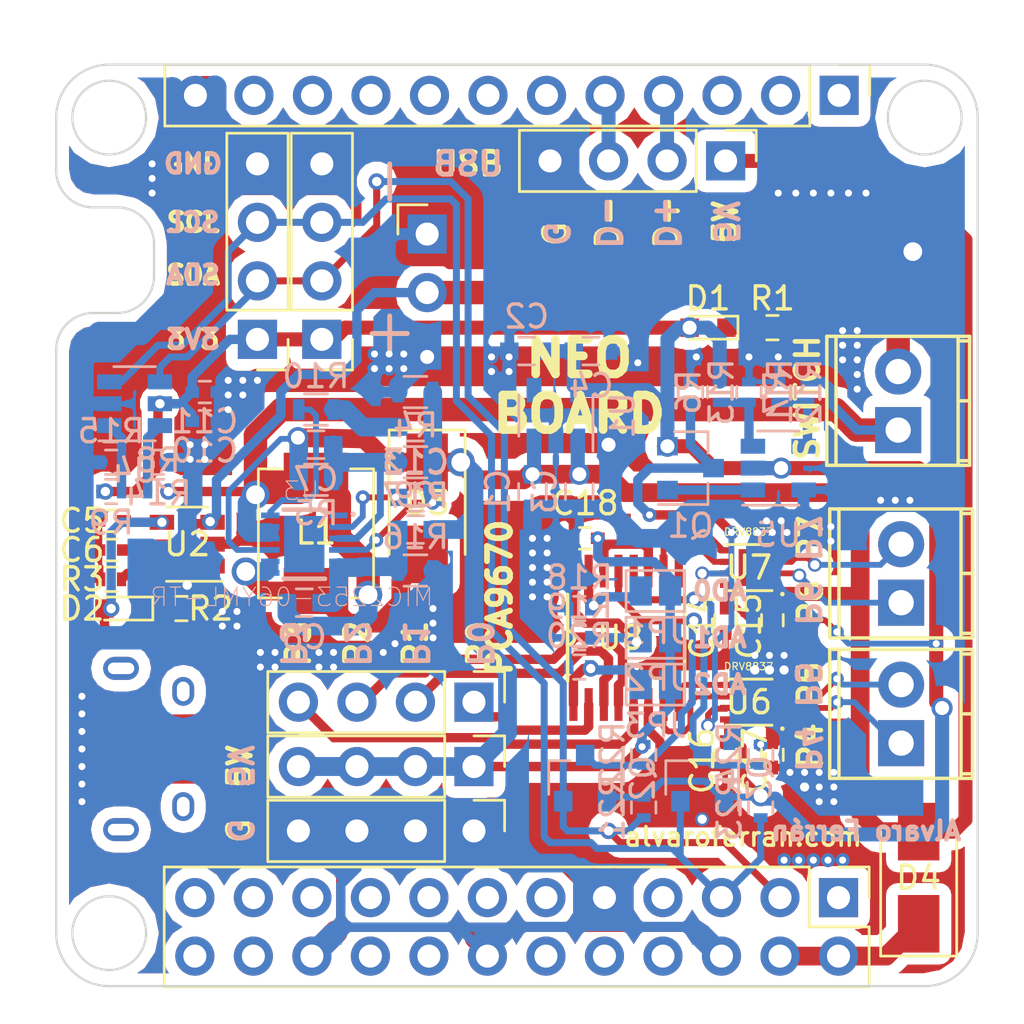
<source format=kicad_pcb>
(kicad_pcb (version 20170123) (host pcbnew no-vcs-found-758445e~59~ubuntu16.04.1)
  (title_block (date 2017-08-31))
  (layers (0 F.Cu signal) (31 B.Cu signal) (34 B.Paste user hide) (35 F.Paste user hide) (36 B.SilkS user) (37 F.SilkS user) (38 B.Mask user hide) (39 F.Mask user hide) (44 Edge.Cuts user))
  (net 0 "")
  (net 1 "Net-(C5-Pad1)")
  (net 2 "Net-(C6-Pad1)")
  (net 3 "Net-(C7-Pad2)")
  (net 4 GNDPWR)
  (net 5 "Net-(C12-Pad2)")
  (net 6 GNDA)
  (net 7 "Net-(C13-Pad1)")
  (net 8 "Net-(D1-Pad1)")
  (net 9 "Net-(J4-Pad2)")
  (net 10 "Net-(J4-Pad1)")
  (net 11 /USB2+)
  (net 12 /USB2-)
  (net 13 /SDA)
  (net 14 /SCL)
  (net 15 /GPIO0)
  (net 16 /GPIO1)
  (net 17 /GPIO2)
  (net 18 /GPIO3)
  (net 19 "Net-(JP1-Pad1)")
  (net 20 "Net-(JP2-Pad1)")
  (net 21 "Net-(JP3-Pad1)")
  (net 22 /MOTEN)
  (net 23 "Net-(R2-Pad1)")
  (net 24 "Net-(R11-Pad1)")
  (net 25 "Net-(R14-Pad1)")
  (net 26 /MOT1A)
  (net 27 /MOT1B)
  (net 28 /MOT2A)
  (net 29 /MOT2B)
  (net 30 "Net-(D3-Pad2)")
  (net 31 "Net-(J5-Pad1)")
  (net 32 "Net-(R10-Pad2)")
  (net 33 "Net-(D2-Pad1)")
  (net 34 "Net-(J5-Pad2)")
  (net 35 /SDAH)
  (net 36 /SCLH)
  (net 37 "Net-(R3-Pad1)")
  (net 38 "Net-(R12-Pad1)")
  (net 39 "Net-(R15-Pad1)")
  (net 40 GND)
  (net 41 5V)
  (net 42 3.3V)
  (net 43 VBAT)
  (net 44 "Net-(D4-Pad1)")
  (net 45 "Net-(Q1-Pad1)")
  (module Pin_Headers:Pin_Header_Angled_1x02_Pitch2.54mm (layer F.Cu) (at 164.592 72.39)
    (fp_text reference J3 hide)
    (fp_text value BATT)
    (pad 1 thru_hole rect (at 0 0) (size 1.7 1.7) (drill 1) (layers *.Cu *.Mask) (net 40 GND))
    (pad 2 thru_hole oval (at 0 2.54) (size 1.7 1.7) (drill 1) (layers *.Cu *.Mask) (net 2 "Net-(C6-Pad1)"))
  )
  (module Connectors:USB_Micro-B (layer F.Cu) (at 152.654 94.742 270)
    (fp_text reference J2 hide)
    (fp_text value μUSB)
    (pad 1 smd rect (at -1.3 -1.35) (size 1.35 0.4) (layers F.Cu F.Paste F.Mask) (net 1 "Net-(C5-Pad1)"))
    (pad 2 smd rect (at -0.65 -1.35) (size 1.35 0.4) (layers F.Cu F.Paste F.Mask))
    (pad 3 smd rect (at 0 -1.35) (size 1.35 0.4) (layers F.Cu F.Paste F.Mask))
    (pad 4 smd rect (at 0.65 -1.35) (size 1.35 0.4) (layers F.Cu F.Paste F.Mask))
    (pad 5 smd rect (at 1.3 -1.35) (size 1.35 0.4) (layers F.Cu F.Paste F.Mask) (net 40 GND))
    (pad 6 thru_hole oval (at -2.5 -1.35) (size 0.95 1.25) (drill oval 0.55 0.85) (layers *.Cu *.Mask))
    (pad 6 thru_hole oval (at 2.5 -1.35) (size 0.95 1.25) (drill oval 0.55 0.85) (layers *.Cu *.Mask))
    (pad 6 thru_hole oval (at -3.5 1.35) (size 1.55 1) (drill oval 1.15 0.5) (layers *.Cu *.Mask))
    (pad 6 thru_hole oval (at 3.5 1.35) (size 1.55 1) (drill oval 1.15 0.5) (layers *.Cu *.Mask))
  )
  (module TO_SOT_Packages_SMD:SOT-23 (layer B.Cu) (at 176.53 96.012 90)
    (fp_text reference Q3 (at 0 2.5 90) (layer B.SilkS) (effects (justify mirror)))
    (fp_text value BSS138P)
    (pad 1 smd rect (at -1 0.95 90) (size 0.9 0.8) (layers B.Cu B.Paste B.Mask) (net 42 3.3V))
    (pad 2 smd rect (at -1 -0.95 90) (size 0.9 0.8) (layers B.Cu B.Paste B.Mask) (net 14 /SCL))
    (pad 3 smd rect (at 1 0 90) (size 0.9 0.8) (layers B.Cu B.Paste B.Mask) (net 36 /SCLH))
  )
  (module Pin_Headers:Pin_Header_Straight_1x04_Pitch2.54mm (layer F.Cu) (at 166.624 92.71 270)
    (fp_text reference J13 hide)
    (fp_text value CONN_01X04_Straight)
    (pad 1 thru_hole rect (at 0 0 270) (size 1.7 1.7) (drill 1) (layers *.Cu *.Mask) (net 15 /GPIO0))
    (pad 2 thru_hole oval (at 0 2.54 270) (size 1.7 1.7) (drill 1) (layers *.Cu *.Mask) (net 16 /GPIO1))
    (pad 3 thru_hole oval (at 0 5.08 270) (size 1.7 1.7) (drill 1) (layers *.Cu *.Mask) (net 17 /GPIO2))
    (pad 4 thru_hole oval (at 0 7.62 270) (size 1.7 1.7) (drill 1) (layers *.Cu *.Mask) (net 18 /GPIO3))
  )
  (module Diodes_SMD:D_SMA (layer F.Cu) (at 164.592 84.296 270)
    (fp_text reference D3 (at -0.222 0) (layer F.SilkS))
    (fp_text value BA340A)
    (pad 2 smd rect (at 2 0 270) (size 2.5 1.8) (layers F.Cu F.Paste F.Mask) (net 30 "Net-(D3-Pad2)"))
    (pad 1 smd rect (at -2 0 270) (size 2.5 1.8) (layers F.Cu F.Paste F.Mask) (net 41 5V))
  )
  (module alvaroferran:HPI0530-2R2 (layer F.Cu) (at 159.766 85.384 270)
    (fp_text reference L1 (at -0.04 0) (layer F.SilkS))
    (fp_text value HPI0530-2R2)
    (pad 1 smd rect (at -2.5 0 270) (size 2 2.8) (layers F.Cu F.Paste F.Mask) (net 43 VBAT))
    (pad 2 smd rect (at 2.5 0 270) (size 2 2.8) (layers F.Cu F.Paste F.Mask) (net 30 "Net-(D3-Pad2)"))
  )
  (module Resistors_SMD:R_0603 (layer B.Cu) (at 164.084 86.995 180)
    (fp_text reference R16 (at 0 1.45 180) (layer B.SilkS) (effects (justify mirror)))
    (fp_text value 0)
    (pad 1 smd rect (at -0.75 0 180) (size 0.5 0.9) (layers B.Cu B.Paste B.Mask) (net 40 GND))
    (pad 2 smd rect (at 0.75 0 180) (size 0.5 0.9) (layers B.Cu B.Paste B.Mask) (net 4 GNDPWR))
  )
  (module Capacitors_SMD:C_0603 (layer B.Cu) (at 159.258 88.392)
    (fp_text reference C8 (at 0 1.5) (layer B.SilkS) (effects (justify mirror)))
    (fp_text value 2.2uF)
    (pad 2 smd rect (at 0.75 0) (size 0.8 0.75) (layers B.Cu B.Paste B.Mask) (net 4 GNDPWR))
    (pad 1 smd rect (at -0.75 0) (size 0.8 0.75) (layers B.Cu B.Paste B.Mask) (net 43 VBAT))
  )
  (module alvaroferran:MIC2253-06YML-TR (layer B.Cu) (at 159.258 85.852 180)
    (fp_text reference U3 (at 0.132164 2.31087 180) (layer B.SilkS) (effects (font (size 0.800996 0.800996) (thickness 0.05)) (justify mirror)))
    (fp_text value MIC2253-06YML-TR (at 0.540822 -2.29549 180) (layer B.SilkS) (effects (font (size 0.801217 0.801217) (thickness 0.05)) (justify mirror)))
    (pad 1 smd rect (at -1.476 1.25 180) (size 0.8 0.25) (layers B.Cu B.Paste B.Mask))
    (pad 2 smd rect (at -1.476 0.75 180) (size 0.8 0.25) (layers B.Cu B.Paste B.Mask) (net 5 "Net-(C12-Pad2)"))
    (pad 3 smd rect (at -1.476 0.25 180) (size 0.8 0.25) (layers B.Cu B.Paste B.Mask) (net 3 "Net-(C7-Pad2)"))
    (pad 4 smd rect (at -1.476 -0.25 180) (size 0.8 0.25) (layers B.Cu B.Paste B.Mask) (net 6 GNDA))
    (pad 5 smd rect (at -1.476 -0.75 180) (size 0.8 0.25) (layers B.Cu B.Paste B.Mask) (net 4 GNDPWR))
    (pad 6 smd rect (at -1.476 -1.25 180) (size 0.8 0.25) (layers B.Cu B.Paste B.Mask) (net 4 GNDPWR))
    (pad 7 smd rect (at 1.476 -1.25) (size 0.8 0.25) (layers B.Cu B.Paste B.Mask) (net 30 "Net-(D3-Pad2)"))
    (pad 8 smd rect (at 1.476 -0.75) (size 0.8 0.25) (layers B.Cu B.Paste B.Mask) (net 30 "Net-(D3-Pad2)"))
    (pad 9 smd rect (at 1.476 -0.25) (size 0.8 0.25) (layers B.Cu B.Paste B.Mask) (net 41 5V))
    (pad 10 smd rect (at 1.476 0.25) (size 0.8 0.25) (layers B.Cu B.Paste B.Mask) (net 43 VBAT))
    (pad 11 smd rect (at 1.476 0.75) (size 0.8 0.25) (layers B.Cu B.Paste B.Mask) (net 43 VBAT))
    (pad 12 smd rect (at 1.476 1.25) (size 0.8 0.25) (layers B.Cu B.Paste B.Mask) (net 32 "Net-(R10-Pad2)"))
    (pad 13 smd rect (at 0 0) (size 1.75 2.45) (layers B.Cu B.Paste B.Mask))
  )
  (module Resistors_SMD:R_0603 (layer B.Cu) (at 159.766 83.058)
    (fp_text reference R5 (at 0 1.45) (layer B.SilkS) (effects (justify mirror)))
    (fp_text value 30.9k)
    (pad 1 smd rect (at -0.75 0) (size 0.5 0.9) (layers B.Cu B.Paste B.Mask) (net 41 5V))
    (pad 2 smd rect (at 0.75 0) (size 0.5 0.9) (layers B.Cu B.Paste B.Mask) (net 3 "Net-(C7-Pad2)"))
  )
  (module Capacitors_SMD:C_0603 (layer B.Cu) (at 164.084 80.772)
    (fp_text reference C13 (at 0 1.5) (layer B.SilkS) (effects (justify mirror)))
    (fp_text value 10nF)
    (pad 2 smd rect (at 0.75 0) (size 0.8 0.75) (layers B.Cu B.Paste B.Mask) (net 6 GNDA))
    (pad 1 smd rect (at -0.75 0) (size 0.8 0.75) (layers B.Cu B.Paste B.Mask) (net 7 "Net-(C13-Pad1)"))
  )
  (module alvaroferran:TSSOP-16 (layer F.Cu) (at 173.228 89.916 90)
    (fp_text reference U8 (at 0 -0.254 180) (layer F.SilkS) (effects (font (thickness 0.14986))))
    (fp_text value PCA9670 (at 1.75354 -5.48933 90) (layer F.SilkS) (effects (font (thickness 0.25))))
    (pad 1 smd rect (at -2.8956 -2.286 90) (size 1.4224 0.3556) (layers F.Cu F.Paste F.Mask) (net 21 "Net-(JP3-Pad1)"))
    (pad 2 smd rect (at -2.8956 -1.6256 90) (size 1.4224 0.3556) (layers F.Cu F.Paste F.Mask) (net 15 /GPIO0))
    (pad 3 smd rect (at -2.8956 -0.9652 90) (size 1.4224 0.3556) (layers F.Cu F.Paste F.Mask) (net 16 /GPIO1))
    (pad 4 smd rect (at -2.8956 -0.3302 90) (size 1.4224 0.3556) (layers F.Cu F.Paste F.Mask) (net 17 /GPIO2))
    (pad 5 smd rect (at -2.8956 0.3302 90) (size 1.4224 0.3556) (layers F.Cu F.Paste F.Mask) (net 18 /GPIO3))
    (pad 6 smd rect (at -2.8956 0.9652 90) (size 1.4224 0.3556) (layers F.Cu F.Paste F.Mask) (net 40 GND))
    (pad 7 smd rect (at -2.8956 1.6256 90) (size 1.4224 0.3556) (layers F.Cu F.Paste F.Mask) (net 26 /MOT1A))
    (pad 8 smd rect (at -2.8956 2.286 90) (size 1.4224 0.3556) (layers F.Cu F.Paste F.Mask) (net 27 /MOT1B))
    (pad 9 smd rect (at 2.8956 2.286 90) (size 1.4224 0.3556) (layers F.Cu F.Paste F.Mask) (net 28 /MOT2A))
    (pad 10 smd rect (at 2.8956 1.6256 90) (size 1.4224 0.3556) (layers F.Cu F.Paste F.Mask) (net 29 /MOT2B))
    (pad 11 smd rect (at 2.8956 0.9652 90) (size 1.4224 0.3556) (layers F.Cu F.Paste F.Mask) (net 41 5V))
    (pad 12 smd rect (at 2.8956 0.3302 90) (size 1.4224 0.3556) (layers F.Cu F.Paste F.Mask) (net 36 /SCLH))
    (pad 13 smd rect (at 2.8956 -0.3302 90) (size 1.4224 0.3556) (layers F.Cu F.Paste F.Mask) (net 35 /SDAH))
    (pad 14 smd rect (at 2.8956 -0.9652 90) (size 1.4224 0.3556) (layers F.Cu F.Paste F.Mask) (net 41 5V))
    (pad 15 smd rect (at 2.8956 -1.6256 90) (size 1.4224 0.3556) (layers F.Cu F.Paste F.Mask) (net 19 "Net-(JP1-Pad1)"))
    (pad 16 smd rect (at 2.8956 -2.286 90) (size 1.4224 0.3556) (layers F.Cu F.Paste F.Mask) (net 20 "Net-(JP2-Pad1)"))
  )
  (module Capacitors_SMD:C_0603 (layer B.Cu) (at 169.164 83.566 270)
    (fp_text reference C1 (at 0 1.5 270) (layer B.SilkS) (effects (justify mirror)))
    (fp_text value "10uF 10V")
    (pad 2 smd rect (at 0.75 0 270) (size 0.8 0.75) (layers B.Cu B.Paste B.Mask) (net 40 GND))
    (pad 1 smd rect (at -0.75 0 270) (size 0.8 0.75) (layers B.Cu B.Paste B.Mask) (net 41 5V))
  )
  (module Pin_Headers:Pin_Header_Straight_1x04_Pitch2.54mm (layer F.Cu) (at 166.624 95.504 270)
    (fp_text reference J12 hide)
    (fp_text value CONN_01X04_Straight)
    (pad 1 thru_hole rect (at 0 0 270) (size 1.7 1.7) (drill 1) (layers *.Cu *.Mask) (net 41 5V))
    (pad 2 thru_hole oval (at 0 2.54 270) (size 1.7 1.7) (drill 1) (layers *.Cu *.Mask) (net 41 5V))
    (pad 3 thru_hole oval (at 0 5.08 270) (size 1.7 1.7) (drill 1) (layers *.Cu *.Mask) (net 41 5V))
    (pad 4 thru_hole oval (at 0 7.62 270) (size 1.7 1.7) (drill 1) (layers *.Cu *.Mask) (net 41 5V))
  )
  (module Capacitors_SMD:C_0603 (layer B.Cu) (at 168.91 77.47 180)
    (fp_text reference C2 (at 0 1.5 180) (layer B.SilkS) (effects (justify mirror)))
    (fp_text value "10uF 10V")
    (pad 2 smd rect (at 0.75 0 180) (size 0.8 0.75) (layers B.Cu B.Paste B.Mask) (net 40 GND))
    (pad 1 smd rect (at -0.75 0 180) (size 0.8 0.75) (layers B.Cu B.Paste B.Mask) (net 42 3.3V))
  )
  (module Capacitors_SMD:C_0603 (layer B.Cu) (at 171.196 83.566 270)
    (fp_text reference C3 (at 0 1.5 270) (layer B.SilkS) (effects (justify mirror)))
    (fp_text value 1uF)
    (pad 2 smd rect (at 0.75 0 270) (size 0.8 0.75) (layers B.Cu B.Paste B.Mask) (net 40 GND))
    (pad 1 smd rect (at -0.75 0 270) (size 0.8 0.75) (layers B.Cu B.Paste B.Mask) (net 41 5V))
  )
  (module Capacitors_SMD:C_0603 (layer B.Cu) (at 171.704 77.47)
    (fp_text reference C4 (at 0 1.5) (layer B.SilkS) (effects (justify mirror)))
    (fp_text value 1uF)
    (pad 2 smd rect (at 0.75 0) (size 0.8 0.75) (layers B.Cu B.Paste B.Mask) (net 40 GND))
    (pad 1 smd rect (at -0.75 0) (size 0.8 0.75) (layers B.Cu B.Paste B.Mask) (net 42 3.3V))
  )
  (module Capacitors_SMD:C_0402 (layer F.Cu) (at 150.876 84.836 180)
    (fp_text reference C5 (at 1.27 0 180) (layer F.SilkS))
    (fp_text value 4.7uF)
    (pad 1 smd rect (at -0.55 0 180) (size 0.6 0.5) (layers F.Cu F.Paste F.Mask) (net 1 "Net-(C5-Pad1)"))
    (pad 2 smd rect (at 0.55 0 180) (size 0.6 0.5) (layers F.Cu F.Paste F.Mask) (net 40 GND))
  )
  (module Capacitors_SMD:C_0402 (layer F.Cu) (at 150.876 86.106 180)
    (fp_text reference C6 (at 1.27 0 180) (layer F.SilkS))
    (fp_text value 4.7uF)
    (pad 1 smd rect (at -0.55 0 180) (size 0.6 0.5) (layers F.Cu F.Paste F.Mask) (net 2 "Net-(C6-Pad1)"))
    (pad 2 smd rect (at 0.55 0 180) (size 0.6 0.5) (layers F.Cu F.Paste F.Mask) (net 40 GND))
  )
  (module Capacitors_SMD:C_0603 (layer B.Cu) (at 159.766 81.534)
    (fp_text reference C7 (at 0 1.5) (layer B.SilkS) (effects (justify mirror)))
    (fp_text value 100pF)
    (pad 2 smd rect (at 0.75 0) (size 0.8 0.75) (layers B.Cu B.Paste B.Mask) (net 3 "Net-(C7-Pad2)"))
    (pad 1 smd rect (at -0.75 0) (size 0.8 0.75) (layers B.Cu B.Paste B.Mask) (net 41 5V))
  )
  (module Capacitors_SMD:C_0603 (layer B.Cu) (at 164.084 85.217 180)
    (fp_text reference C9 (at 0 1.5 180) (layer B.SilkS) (effects (justify mirror)))
    (fp_text value 22uF)
    (pad 2 smd rect (at 0.75 0 180) (size 0.8 0.75) (layers B.Cu B.Paste B.Mask) (net 4 GNDPWR))
    (pad 1 smd rect (at -0.75 0 180) (size 0.8 0.75) (layers B.Cu B.Paste B.Mask) (net 41 5V))
  )
  (module Capacitors_SMD:C_0402 (layer B.Cu) (at 154.94 80.518)
    (fp_text reference C10 (at 0 1.27) (layer B.SilkS) (effects (justify mirror)))
    (fp_text value 0.1uF)
    (pad 1 smd rect (at -0.55 0) (size 0.6 0.5) (layers B.Cu B.Paste B.Mask) (net 42 3.3V))
    (pad 2 smd rect (at 0.55 0) (size 0.6 0.5) (layers B.Cu B.Paste B.Mask) (net 40 GND))
  )
  (module Capacitors_SMD:C_0402 (layer B.Cu) (at 154.94 79.248)
    (fp_text reference C11 (at 0 1.27) (layer B.SilkS) (effects (justify mirror)))
    (fp_text value 4.7uF)
    (pad 1 smd rect (at -0.55 0) (size 0.6 0.5) (layers B.Cu B.Paste B.Mask) (net 42 3.3V))
    (pad 2 smd rect (at 0.55 0) (size 0.6 0.5) (layers B.Cu B.Paste B.Mask) (net 40 GND))
  )
  (module Capacitors_SMD:C_0603 (layer B.Cu) (at 164.084 83.82 180)
    (fp_text reference C12 (at 0 1.5 180) (layer B.SilkS) (effects (justify mirror)))
    (fp_text value 0.1uF)
    (pad 2 smd rect (at 0.75 0 180) (size 0.8 0.75) (layers B.Cu B.Paste B.Mask) (net 5 "Net-(C12-Pad2)"))
    (pad 1 smd rect (at -0.75 0 180) (size 0.8 0.75) (layers B.Cu B.Paste B.Mask) (net 6 GNDA))
  )
  (module Capacitors_SMD:C_0402 (layer F.Cu) (at 177.546 89.154 270)
    (fp_text reference C14 (at 0.254 1.016 90) (layer F.SilkS))
    (fp_text value 0.1uF)
    (pad 2 smd rect (at 0.55 0 270) (size 0.6 0.5) (layers F.Cu F.Paste F.Mask) (net 40 GND))
    (pad 1 smd rect (at -0.55 0 270) (size 0.6 0.5) (layers F.Cu F.Paste F.Mask) (net 42 3.3V))
  )
  (module Capacitors_SMD:C_0402 (layer F.Cu) (at 179.578 89.154 270)
    (fp_text reference C15 (at 0.254 1.016 90) (layer F.SilkS))
    (fp_text value 0.1uF)
    (pad 2 smd rect (at 0.55 0 270) (size 0.6 0.5) (layers F.Cu F.Paste F.Mask) (net 40 GND))
    (pad 1 smd rect (at -0.55 0 270) (size 0.6 0.5) (layers F.Cu F.Paste F.Mask) (net 41 5V))
  )
  (module Capacitors_SMD:C_0402 (layer F.Cu) (at 177.546 94.996 270)
    (fp_text reference C16 (at 0.254 1.016 270) (layer F.SilkS))
    (fp_text value 0.1uF)
    (pad 2 smd rect (at 0.55 0 270) (size 0.6 0.5) (layers F.Cu F.Paste F.Mask) (net 40 GND))
    (pad 1 smd rect (at -0.55 0 270) (size 0.6 0.5) (layers F.Cu F.Paste F.Mask) (net 42 3.3V))
  )
  (module Capacitors_SMD:C_0402 (layer F.Cu) (at 179.578 94.996 270)
    (fp_text reference C17 (at 0.254 0.762 90) (layer F.SilkS))
    (fp_text value 0.1uF)
    (pad 2 smd rect (at 0.55 0 270) (size 0.6 0.5) (layers F.Cu F.Paste F.Mask) (net 40 GND))
    (pad 1 smd rect (at -0.55 0 270) (size 0.6 0.5) (layers F.Cu F.Paste F.Mask) (net 41 5V))
  )
  (module Capacitors_SMD:C_0402 (layer F.Cu) (at 171.45 85.598 180)
    (fp_text reference C18 (at 0 1.524 180) (layer F.SilkS))
    (fp_text value 0.1uF)
    (pad 1 smd rect (at -0.55 0 180) (size 0.6 0.5) (layers F.Cu F.Paste F.Mask) (net 41 5V))
    (pad 2 smd rect (at 0.55 0 180) (size 0.6 0.5) (layers F.Cu F.Paste F.Mask) (net 40 GND))
  )
  (module LEDs:LED_0603 (layer F.Cu) (at 176.784 76.454 180)
    (fp_text reference D1 (at 0 1.27 180) (layer F.SilkS))
    (fp_text value LED)
    (pad 2 smd rect (at 0.8 0) (size 0.8 0.8) (layers F.Cu F.Paste F.Mask) (net 42 3.3V))
    (pad 1 smd rect (at -0.8 0) (size 0.8 0.8) (layers F.Cu F.Paste F.Mask) (net 8 "Net-(D1-Pad1)"))
  )
  (module Connectors_Terminal_Blocks:TerminalBlock_Pheonix_MPT-2.54mm_2pol (layer F.Cu) (at 185.039 80.899 90)
    (fp_text reference J1 hide)
    (fp_text value SW)
    (pad 2 thru_hole oval (at 2.54 0 90) (size 1.99898 1.99898) (drill 1.09728) (layers *.Cu *.Mask) (net 2 "Net-(C6-Pad1)"))
    (pad 1 thru_hole rect (at 0 0 90) (size 1.99898 1.99898) (drill 1.09728) (layers *.Cu *.Mask) (net 43 VBAT))
  )
  (module Connectors_Terminal_Blocks:TerminalBlock_Pheonix_MPT-2.54mm_2pol (layer F.Cu) (at 185.166 94.488 90)
    (fp_text reference J4 hide)
    (fp_text value ~)
    (pad 2 thru_hole oval (at 2.54 0 90) (size 1.99898 1.99898) (drill 1.09728) (layers *.Cu *.Mask) (net 9 "Net-(J4-Pad2)"))
    (pad 1 thru_hole rect (at 0 0 90) (size 1.99898 1.99898) (drill 1.09728) (layers *.Cu *.Mask) (net 10 "Net-(J4-Pad1)"))
  )
  (module Pin_Headers:Pin_Header_Straight_1x04_Pitch2.54mm (layer F.Cu) (at 160.02 76.962 180)
    (fp_text reference J9 hide)
    (fp_text value CONN_01X04_Straight)
    (pad 1 thru_hole rect (at 0 0 180) (size 1.7 1.7) (drill 1) (layers *.Cu *.Mask) (net 42 3.3V))
    (pad 2 thru_hole oval (at 0 2.54 180) (size 1.7 1.7) (drill 1) (layers *.Cu *.Mask) (net 13 /SDA))
    (pad 3 thru_hole oval (at 0 5.08 180) (size 1.7 1.7) (drill 1) (layers *.Cu *.Mask) (net 14 /SCL))
    (pad 4 thru_hole oval (at 0 7.62 180) (size 1.7 1.7) (drill 1) (layers *.Cu *.Mask) (net 40 GND))
  )
  (module Pin_Headers:Pin_Header_Straight_1x04_Pitch2.54mm (layer F.Cu) (at 177.546 69.215 270)
    (fp_text reference J10 hide)
    (fp_text value CONN_01X04_Straight)
    (pad 1 thru_hole rect (at 0 0 270) (size 1.7 1.7) (drill 1) (layers *.Cu *.Mask) (net 41 5V))
    (pad 2 thru_hole oval (at 0 2.54 270) (size 1.7 1.7) (drill 1) (layers *.Cu *.Mask) (net 11 /USB2+))
    (pad 3 thru_hole oval (at 0 5.08 270) (size 1.7 1.7) (drill 1) (layers *.Cu *.Mask) (net 12 /USB2-))
    (pad 4 thru_hole oval (at 0 7.62 270) (size 1.7 1.7) (drill 1) (layers *.Cu *.Mask) (net 40 GND))
  )
  (module Connectors:GS2 (layer B.Cu) (at 174.498 87.884 270)
    (fp_text reference JP1 (at 1.78 0 180) (layer B.SilkS) (effects (justify mirror)))
    (fp_text value Jumper_NO)
    (pad 1 smd rect (at 0 0.64 270) (size 1.27 0.97) (layers B.Cu B.Paste B.Mask) (net 19 "Net-(JP1-Pad1)"))
    (pad 2 smd rect (at 0 -0.64 270) (size 1.27 0.97) (layers B.Cu B.Paste B.Mask) (net 41 5V))
  )
  (module Connectors:GS2 (layer B.Cu) (at 174.498 91.948 270)
    (fp_text reference JP3 (at 1.78 0 180) (layer B.SilkS) (effects (justify mirror)))
    (fp_text value Jumper_NO)
    (pad 1 smd rect (at 0 0.64 270) (size 1.27 0.97) (layers B.Cu B.Paste B.Mask) (net 21 "Net-(JP3-Pad1)"))
    (pad 2 smd rect (at 0 -0.64 270) (size 1.27 0.97) (layers B.Cu B.Paste B.Mask) (net 41 5V))
  )
  (module TO_SOT_Packages_SMD:SOT-23 (layer B.Cu) (at 171.45 96.012 90)
    (fp_text reference Q2 (at 0 2.5 90) (layer B.SilkS) (effects (justify mirror)))
    (fp_text value BSS138P)
    (pad 1 smd rect (at -1 0.95 90) (size 0.9 0.8) (layers B.Cu B.Paste B.Mask) (net 42 3.3V))
    (pad 2 smd rect (at -1 -0.95 90) (size 0.9 0.8) (layers B.Cu B.Paste B.Mask) (net 13 /SDA))
    (pad 3 smd rect (at 1 0 90) (size 0.9 0.8) (layers B.Cu B.Paste B.Mask) (net 35 /SDAH))
  )
  (module Resistors_SMD:R_0402 (layer F.Cu) (at 179.578 76.454 180)
    (fp_text reference R1 (at 0 1.27 180) (layer F.SilkS))
    (fp_text value 330)
    (pad 1 smd rect (at -0.45 0 180) (size 0.4 0.6) (layers F.Cu F.Paste F.Mask) (net 40 GND))
    (pad 2 smd rect (at 0.45 0 180) (size 0.4 0.6) (layers F.Cu F.Paste F.Mask) (net 8 "Net-(D1-Pad1)"))
  )
  (module Resistors_SMD:R_0402 (layer F.Cu) (at 153.924 88.646 180)
    (fp_text reference R2 (at -1.27 0 180) (layer F.SilkS))
    (fp_text value 330)
    (pad 1 smd rect (at -0.45 0 180) (size 0.4 0.6) (layers F.Cu F.Paste F.Mask) (net 23 "Net-(R2-Pad1)"))
    (pad 2 smd rect (at 0.45 0 180) (size 0.4 0.6) (layers F.Cu F.Paste F.Mask) (net 33 "Net-(D2-Pad1)"))
  )
  (module Resistors_SMD:R_0603 (layer B.Cu) (at 164.084 79.248)
    (fp_text reference R4 (at 0 1.45) (layer B.SilkS) (effects (justify mirror)))
    (fp_text value 0)
    (pad 1 smd rect (at -0.75 0) (size 0.5 0.9) (layers B.Cu B.Paste B.Mask) (net 40 GND))
    (pad 2 smd rect (at 0.75 0) (size 0.5 0.9) (layers B.Cu B.Paste B.Mask) (net 6 GNDA))
  )
  (module Resistors_SMD:R_0402 (layer B.Cu) (at 177.292 79.248 270)
    (fp_text reference R6 (at 0 1.35 270) (layer B.SilkS) (effects (justify mirror)))
    (fp_text value 10k)
    (pad 1 smd rect (at -0.45 0 270) (size 0.4 0.6) (layers B.Cu B.Paste B.Mask) (net 42 3.3V))
    (pad 2 smd rect (at 0.45 0 270) (size 0.4 0.6) (layers B.Cu B.Paste B.Mask) (net 24 "Net-(R11-Pad1)"))
  )
  (module Resistors_SMD:R_0402 (layer B.Cu) (at 181.102 79.248 270)
    (fp_text reference R7 (at 0 1.35 270) (layer B.SilkS) (effects (justify mirror)))
    (fp_text value 10k)
    (pad 1 smd rect (at -0.45 0 270) (size 0.4 0.6) (layers B.Cu B.Paste B.Mask) (net 43 VBAT))
    (pad 2 smd rect (at 0.45 0 270) (size 0.4 0.6) (layers B.Cu B.Paste B.Mask) (net 38 "Net-(R12-Pad1)"))
  )
  (module Resistors_SMD:R_0402 (layer B.Cu) (at 152.908 83.566 180)
    (fp_text reference R8 (at 0 1.35 180) (layer B.SilkS) (effects (justify mirror)))
    (fp_text value 10k)
    (pad 2 smd rect (at 0.45 0 180) (size 0.4 0.6) (layers B.Cu B.Paste B.Mask) (net 25 "Net-(R14-Pad1)"))
    (pad 1 smd rect (at -0.45 0 180) (size 0.4 0.6) (layers B.Cu B.Paste B.Mask) (net 43 VBAT))
  )
  (module Resistors_SMD:R_0402 (layer B.Cu) (at 178.562 79.248 90)
    (fp_text reference R11 (at 0 1.35 90) (layer B.SilkS) (effects (justify mirror)))
    (fp_text value 10k)
    (pad 1 smd rect (at -0.45 0 90) (size 0.4 0.6) (layers B.Cu B.Paste B.Mask) (net 24 "Net-(R11-Pad1)"))
    (pad 2 smd rect (at 0.45 0 90) (size 0.4 0.6) (layers B.Cu B.Paste B.Mask) (net 40 GND))
  )
  (module Resistors_SMD:R_0402 (layer B.Cu) (at 179.832 79.248 90)
    (fp_text reference R12 (at 0 1.35 90) (layer B.SilkS) (effects (justify mirror)))
    (fp_text value 10k)
    (pad 1 smd rect (at -0.45 0 90) (size 0.4 0.6) (layers B.Cu B.Paste B.Mask) (net 38 "Net-(R12-Pad1)"))
    (pad 2 smd rect (at 0.45 0 90) (size 0.4 0.6) (layers B.Cu B.Paste B.Mask) (net 40 GND))
  )
  (module Resistors_SMD:R_0402 (layer B.Cu) (at 176.022 79.248 90)
    (fp_text reference R13 (at 0 1.35 90) (layer B.SilkS) (effects (justify mirror)))
    (fp_text value 10k)
    (pad 1 smd rect (at -0.45 0 90) (size 0.4 0.6) (layers B.Cu B.Paste B.Mask) (net 22 /MOTEN))
    (pad 2 smd rect (at 0.45 0 90) (size 0.4 0.6) (layers B.Cu B.Paste B.Mask) (net 40 GND))
  )
  (module Resistors_SMD:R_0402 (layer B.Cu) (at 152.908 82.296)
    (fp_text reference R14 (at 0 1.35) (layer B.SilkS) (effects (justify mirror)))
    (fp_text value 10k)
    (pad 1 smd rect (at -0.45 0) (size 0.4 0.6) (layers B.Cu B.Paste B.Mask) (net 25 "Net-(R14-Pad1)"))
    (pad 2 smd rect (at 0.45 0) (size 0.4 0.6) (layers B.Cu B.Paste B.Mask) (net 40 GND))
  )
  (module Resistors_SMD:R_0402 (layer B.Cu) (at 171.196 88.646 180)
    (fp_text reference R18 (at 0 1.35 180) (layer B.SilkS) (effects (justify mirror)))
    (fp_text value 10k)
    (pad 1 smd rect (at -0.45 0 180) (size 0.4 0.6) (layers B.Cu B.Paste B.Mask) (net 19 "Net-(JP1-Pad1)"))
    (pad 2 smd rect (at 0.45 0 180) (size 0.4 0.6) (layers B.Cu B.Paste B.Mask) (net 40 GND))
  )
  (module Resistors_SMD:R_0402 (layer B.Cu) (at 171.196 89.916 180)
    (fp_text reference R19 (at 0 1.35 180) (layer B.SilkS) (effects (justify mirror)))
    (fp_text value 10k)
    (pad 1 smd rect (at -0.45 0 180) (size 0.4 0.6) (layers B.Cu B.Paste B.Mask) (net 20 "Net-(JP2-Pad1)"))
    (pad 2 smd rect (at 0.45 0 180) (size 0.4 0.6) (layers B.Cu B.Paste B.Mask) (net 40 GND))
  )
  (module Resistors_SMD:R_0402 (layer B.Cu) (at 171.196 91.186 180)
    (fp_text reference R20 (at 0 1.35 180) (layer B.SilkS) (effects (justify mirror)))
    (fp_text value 10k)
    (pad 1 smd rect (at -0.45 0 180) (size 0.4 0.6) (layers B.Cu B.Paste B.Mask) (net 21 "Net-(JP3-Pad1)"))
    (pad 2 smd rect (at 0.45 0 180) (size 0.4 0.6) (layers B.Cu B.Paste B.Mask) (net 40 GND))
  )
  (module Resistors_SMD:R_0402 (layer B.Cu) (at 173.99 97.282 270)
    (fp_text reference R21 (at 0 1.35 270) (layer B.SilkS) (effects (justify mirror)))
    (fp_text value 4.7k)
    (pad 1 smd rect (at -0.45 0 270) (size 0.4 0.6) (layers B.Cu B.Paste B.Mask) (net 42 3.3V))
    (pad 2 smd rect (at 0.45 0 270) (size 0.4 0.6) (layers B.Cu B.Paste B.Mask) (net 13 /SDA))
  )
  (module Resistors_SMD:R_0402 (layer B.Cu) (at 173.99 94.996 270)
    (fp_text reference R22 (at 0 1.35 270) (layer B.SilkS) (effects (justify mirror)))
    (fp_text value 4.7k)
    (pad 1 smd rect (at -0.45 0 270) (size 0.4 0.6) (layers B.Cu B.Paste B.Mask) (net 41 5V))
    (pad 2 smd rect (at 0.45 0 270) (size 0.4 0.6) (layers B.Cu B.Paste B.Mask) (net 35 /SDAH))
  )
  (module TO_SOT_Packages_SMD:SOT-23-5 (layer B.Cu) (at 170.18 80.264 90)
    (fp_text reference U1 (at 0 2.9 90) (layer B.SilkS) (effects (justify mirror)))
    (fp_text value AP2112K-3.3TRG1)
    (pad 1 smd rect (at -1.1 0.95 90) (size 1.06 0.65) (layers B.Cu B.Paste B.Mask) (net 41 5V))
    (pad 2 smd rect (at -1.1 0 90) (size 1.06 0.65) (layers B.Cu B.Paste B.Mask) (net 40 GND))
    (pad 3 smd rect (at -1.1 -0.95 90) (size 1.06 0.65) (layers B.Cu B.Paste B.Mask) (net 41 5V))
    (pad 4 smd rect (at 1.1 -0.95 90) (size 1.06 0.65) (layers B.Cu B.Paste B.Mask))
    (pad 5 smd rect (at 1.1 0.95 90) (size 1.06 0.65) (layers B.Cu B.Paste B.Mask) (net 42 3.3V))
  )
  (module TO_SOT_Packages_SMD:SOT-23-5 (layer F.Cu) (at 154.178 85.852 180)
    (fp_text reference U2 (at 0 0 180) (layer F.SilkS))
    (fp_text value MCP73831)
    (pad 1 smd rect (at -1.1 -0.95 180) (size 1.06 0.65) (layers F.Cu F.Paste F.Mask) (net 23 "Net-(R2-Pad1)"))
    (pad 2 smd rect (at -1.1 0 180) (size 1.06 0.65) (layers F.Cu F.Paste F.Mask) (net 40 GND))
    (pad 3 smd rect (at -1.1 0.95 180) (size 1.06 0.65) (layers F.Cu F.Paste F.Mask) (net 2 "Net-(C6-Pad1)"))
    (pad 4 smd rect (at 1.1 0.95 180) (size 1.06 0.65) (layers F.Cu F.Paste F.Mask) (net 1 "Net-(C5-Pad1)"))
    (pad 5 smd rect (at 1.1 -0.95 180) (size 1.06 0.65) (layers F.Cu F.Paste F.Mask) (net 37 "Net-(R3-Pad1)"))
  )
  (module TO_SOT_Packages_SMD:SOT-23-6 (layer B.Cu) (at 151.892 79.756)
    (fp_text reference U4 (at 0 2.9) (layer B.SilkS) (effects (justify mirror)))
    (fp_text value ADS1000)
    (pad 5 smd rect (at 1.1 0) (size 1.06 0.65) (layers B.Cu B.Paste B.Mask) (net 42 3.3V))
    (pad 6 smd rect (at 1.1 0.95) (size 1.06 0.65) (layers B.Cu B.Paste B.Mask) (net 25 "Net-(R14-Pad1)"))
    (pad 4 smd rect (at 1.1 -0.95) (size 1.06 0.65) (layers B.Cu B.Paste B.Mask) (net 13 /SDA))
    (pad 3 smd rect (at -1.1 -0.95) (size 1.06 0.65) (layers B.Cu B.Paste B.Mask) (net 14 /SCL))
    (pad 2 smd rect (at -1.1 0) (size 1.06 0.65) (layers B.Cu B.Paste B.Mask) (net 40 GND))
    (pad 1 smd rect (at -1.1 0.95) (size 1.06 0.65) (layers B.Cu B.Paste B.Mask) (net 39 "Net-(R15-Pad1)"))
  )
  (module TO_SOT_Packages_SMD:SOT-23-5 (layer B.Cu) (at 179.832 82.55)
    (fp_text reference U5 (at 0 2.9) (layer B.SilkS) (effects (justify mirror)))
    (fp_text value LMC7101AIM5)
    (pad 1 smd rect (at -1.1 0.95) (size 1.06 0.65) (layers B.Cu B.Paste B.Mask) (net 45 "Net-(Q1-Pad1)"))
    (pad 2 smd rect (at -1.1 0) (size 1.06 0.65) (layers B.Cu B.Paste B.Mask) (net 42 3.3V))
    (pad 3 smd rect (at -1.1 -0.95) (size 1.06 0.65) (layers B.Cu B.Paste B.Mask) (net 24 "Net-(R11-Pad1)"))
    (pad 4 smd rect (at 1.1 -0.95) (size 1.06 0.65) (layers B.Cu B.Paste B.Mask) (net 38 "Net-(R12-Pad1)"))
    (pad 5 smd rect (at 1.1 0.95) (size 1.06 0.65) (layers B.Cu B.Paste B.Mask) (net 40 GND))
  )
  (module alvaroferran:WSON-8 (layer F.Cu) (at 178.562 92.71 180)
    (fp_text reference U6 (at 0 0 180) (layer F.SilkS) (effects (font (thickness 0.1516))))
    (fp_text value DRV8837 (at 0.016023 1.54901 180) (layer F.SilkS) (effects (font (size 0.320457 0.320457) (thickness 0.05))))
    (pad 9 smd rect (at 0 0 180) (size 0.9 1.6) (layers F.Cu F.Paste F.Mask))
    (pad 1 smd rect (at -0.955 -0.75 180) (size 0.61 0.27) (layers F.Cu F.Paste F.Mask) (net 41 5V))
    (pad 2 smd rect (at -0.955 -0.25 180) (size 0.61 0.27) (layers F.Cu F.Paste F.Mask) (net 10 "Net-(J4-Pad1)"))
    (pad 3 smd rect (at -0.955 0.25 180) (size 0.61 0.27) (layers F.Cu F.Paste F.Mask) (net 9 "Net-(J4-Pad2)"))
    (pad 4 smd rect (at -0.955 0.75 180) (size 0.61 0.27) (layers F.Cu F.Paste F.Mask) (net 40 GND))
    (pad 5 smd rect (at 0.955 0.75 180) (size 0.61 0.27) (layers F.Cu F.Paste F.Mask) (net 27 /MOT1B))
    (pad 6 smd rect (at 0.955 0.25 180) (size 0.61 0.27) (layers F.Cu F.Paste F.Mask) (net 26 /MOT1A))
    (pad 7 smd rect (at 0.955 -0.25 180) (size 0.61 0.27) (layers F.Cu F.Paste F.Mask) (net 22 /MOTEN))
    (pad 8 smd rect (at 0.955 -0.75 180) (size 0.61 0.27) (layers F.Cu F.Paste F.Mask) (net 42 3.3V))
  )
  (module Pin_Headers:Pin_Header_Straight_2x12_Pitch2.54mm (layer F.Cu) (at 182.4482 101.1936 270)
    (fp_text reference J7 hide)
    (fp_text value CONN_02X12_Straight)
    (pad 1 thru_hole rect (at 0 0 270) (size 1.7 1.7) (drill 1) (layers *.Cu *.Mask))
    (pad 2 thru_hole oval (at 2.54 0 270) (size 1.7 1.7) (drill 1) (layers *.Cu *.Mask) (net 44 "Net-(D4-Pad1)"))
    (pad 3 thru_hole oval (at 0 2.54 270) (size 1.7 1.7) (drill 1) (layers *.Cu *.Mask) (net 13 /SDA))
    (pad 4 thru_hole oval (at 2.54 2.54 270) (size 1.7 1.7) (drill 1) (layers *.Cu *.Mask) (net 44 "Net-(D4-Pad1)"))
    (pad 5 thru_hole oval (at 0 5.08 270) (size 1.7 1.7) (drill 1) (layers *.Cu *.Mask) (net 14 /SCL))
    (pad 6 thru_hole oval (at 2.54 5.08 270) (size 1.7 1.7) (drill 1) (layers *.Cu *.Mask) (net 40 GND))
    (pad 7 thru_hole oval (at 0 7.62 270) (size 1.7 1.7) (drill 1) (layers *.Cu *.Mask))
    (pad 8 thru_hole oval (at 2.54 7.62 270) (size 1.7 1.7) (drill 1) (layers *.Cu *.Mask))
    (pad 9 thru_hole oval (at 0 10.16 270) (size 1.7 1.7) (drill 1) (layers *.Cu *.Mask) (net 40 GND))
    (pad 10 thru_hole oval (at 2.54 10.16 270) (size 1.7 1.7) (drill 1) (layers *.Cu *.Mask))
    (pad 11 thru_hole oval (at 0 12.7 270) (size 1.7 1.7) (drill 1) (layers *.Cu *.Mask))
    (pad 12 thru_hole oval (at 2.54 12.7 270) (size 1.7 1.7) (drill 1) (layers *.Cu *.Mask))
    (pad 13 thru_hole oval (at 0 15.24 270) (size 1.7 1.7) (drill 1) (layers *.Cu *.Mask))
    (pad 14 thru_hole oval (at 2.54 15.24 270) (size 1.7 1.7) (drill 1) (layers *.Cu *.Mask) (net 40 GND))
    (pad 15 thru_hole oval (at 0 17.78 270) (size 1.7 1.7) (drill 1) (layers *.Cu *.Mask))
    (pad 16 thru_hole oval (at 2.54 17.78 270) (size 1.7 1.7) (drill 1) (layers *.Cu *.Mask))
    (pad 17 thru_hole oval (at 0 20.32 270) (size 1.7 1.7) (drill 1) (layers *.Cu *.Mask))
    (pad 18 thru_hole oval (at 2.54 20.32 270) (size 1.7 1.7) (drill 1) (layers *.Cu *.Mask))
    (pad 19 thru_hole oval (at 0 22.86 270) (size 1.7 1.7) (drill 1) (layers *.Cu *.Mask))
    (pad 20 thru_hole oval (at 2.54 22.86 270) (size 1.7 1.7) (drill 1) (layers *.Cu *.Mask) (net 40 GND))
    (pad 21 thru_hole oval (at 0 25.4 270) (size 1.7 1.7) (drill 1) (layers *.Cu *.Mask))
    (pad 22 thru_hole oval (at 2.54 25.4 270) (size 1.7 1.7) (drill 1) (layers *.Cu *.Mask))
    (pad 23 thru_hole oval (at 0 27.94 270) (size 1.7 1.7) (drill 1) (layers *.Cu *.Mask))
    (pad 24 thru_hole oval (at 2.54 27.94 270) (size 1.7 1.7) (drill 1) (layers *.Cu *.Mask))
  )
  (module LEDs:LED_0603 (layer F.Cu) (at 151.384 88.646 180)
    (fp_text reference D2 (at 1.778 0 180) (layer F.SilkS))
    (fp_text value LED)
    (pad 2 smd rect (at 0.8 0) (size 0.8 0.8) (layers F.Cu F.Paste F.Mask) (net 1 "Net-(C5-Pad1)"))
    (pad 1 smd rect (at -0.8 0) (size 0.8 0.8) (layers F.Cu F.Paste F.Mask) (net 33 "Net-(D2-Pad1)"))
  )
  (module Connectors_Terminal_Blocks:TerminalBlock_Pheonix_MPT-2.54mm_2pol (layer F.Cu) (at 185.166 88.392 90)
    (fp_text reference J5 hide)
    (fp_text value ~)
    (pad 2 thru_hole oval (at 2.54 0 90) (size 1.99898 1.99898) (drill 1.09728) (layers *.Cu *.Mask) (net 34 "Net-(J5-Pad2)"))
    (pad 1 thru_hole rect (at 0 0 90) (size 1.99898 1.99898) (drill 1.09728) (layers *.Cu *.Mask) (net 31 "Net-(J5-Pad1)"))
  )
  (module Pin_Headers:Pin_Header_Straight_1x12_Pitch2.54mm (layer F.Cu) (at 182.4736 66.3702 270)
    (fp_text reference J6 hide)
    (fp_text value CONN_01X12_Straight)
    (pad 1 thru_hole rect (at 0 0 270) (size 1.7 1.7) (drill 1) (layers *.Cu *.Mask))
    (pad 2 thru_hole oval (at 0 2.54 270) (size 1.7 1.7) (drill 1) (layers *.Cu *.Mask))
    (pad 3 thru_hole oval (at 0 5.08 270) (size 1.7 1.7) (drill 1) (layers *.Cu *.Mask))
    (pad 4 thru_hole oval (at 0 7.62 270) (size 1.7 1.7) (drill 1) (layers *.Cu *.Mask) (net 11 /USB2+))
    (pad 5 thru_hole oval (at 0 10.16 270) (size 1.7 1.7) (drill 1) (layers *.Cu *.Mask) (net 12 /USB2-))
    (pad 6 thru_hole oval (at 0 12.7 270) (size 1.7 1.7) (drill 1) (layers *.Cu *.Mask))
    (pad 7 thru_hole oval (at 0 15.24 270) (size 1.7 1.7) (drill 1) (layers *.Cu *.Mask))
    (pad 8 thru_hole oval (at 0 17.78 270) (size 1.7 1.7) (drill 1) (layers *.Cu *.Mask))
    (pad 9 thru_hole oval (at 0 20.32 270) (size 1.7 1.7) (drill 1) (layers *.Cu *.Mask))
    (pad 10 thru_hole oval (at 0 22.86 270) (size 1.7 1.7) (drill 1) (layers *.Cu *.Mask))
    (pad 11 thru_hole oval (at 0 25.4 270) (size 1.7 1.7) (drill 1) (layers *.Cu *.Mask))
    (pad 12 thru_hole oval (at 0 27.94 270) (size 1.7 1.7) (drill 1) (layers *.Cu *.Mask) (net 40 GND))
  )
  (module Pin_Headers:Pin_Header_Straight_1x04_Pitch2.54mm (layer F.Cu) (at 157.226 76.962 180)
    (fp_text reference J8 hide)
    (fp_text value CONN_01X04_Straight)
    (pad 1 thru_hole rect (at 0 0 180) (size 1.7 1.7) (drill 1) (layers *.Cu *.Mask) (net 42 3.3V))
    (pad 2 thru_hole oval (at 0 2.54 180) (size 1.7 1.7) (drill 1) (layers *.Cu *.Mask) (net 13 /SDA))
    (pad 3 thru_hole oval (at 0 5.08 180) (size 1.7 1.7) (drill 1) (layers *.Cu *.Mask) (net 14 /SCL))
    (pad 4 thru_hole oval (at 0 7.62 180) (size 1.7 1.7) (drill 1) (layers *.Cu *.Mask) (net 40 GND))
  )
  (module Pin_Headers:Pin_Header_Straight_1x04_Pitch2.54mm (layer F.Cu) (at 166.624 98.298 270)
    (fp_text reference J11 hide)
    (fp_text value CONN_01X04_Straight)
    (pad 1 thru_hole rect (at 0 0 270) (size 1.7 1.7) (drill 1) (layers *.Cu *.Mask) (net 40 GND))
    (pad 2 thru_hole oval (at 0 2.54 270) (size 1.7 1.7) (drill 1) (layers *.Cu *.Mask) (net 40 GND))
    (pad 3 thru_hole oval (at 0 5.08 270) (size 1.7 1.7) (drill 1) (layers *.Cu *.Mask) (net 40 GND))
    (pad 4 thru_hole oval (at 0 7.62 270) (size 1.7 1.7) (drill 1) (layers *.Cu *.Mask) (net 40 GND))
  )
  (module Resistors_SMD:R_0402 (layer F.Cu) (at 150.876 87.376 180)
    (fp_text reference R3 (at 1.27 0 180) (layer F.SilkS))
    (fp_text value 2k)
    (pad 1 smd rect (at -0.45 0 180) (size 0.4 0.6) (layers F.Cu F.Paste F.Mask) (net 37 "Net-(R3-Pad1)"))
    (pad 2 smd rect (at 0.45 0 180) (size 0.4 0.6) (layers F.Cu F.Paste F.Mask) (net 40 GND))
  )
  (module Resistors_SMD:R_0402 (layer B.Cu) (at 150.876 83.566)
    (fp_text reference R9 (at 0 1.35) (layer B.SilkS) (effects (justify mirror)))
    (fp_text value 10k)
    (pad 1 smd rect (at -0.45 0) (size 0.4 0.6) (layers B.Cu B.Paste B.Mask) (net 42 3.3V))
    (pad 2 smd rect (at 0.45 0) (size 0.4 0.6) (layers B.Cu B.Paste B.Mask) (net 39 "Net-(R15-Pad1)"))
  )
  (module Resistors_SMD:R_0603 (layer B.Cu) (at 159.766 80.01 180)
    (fp_text reference R10 (at 0 1.45 180) (layer B.SilkS) (effects (justify mirror)))
    (fp_text value 620)
    (pad 1 smd rect (at -0.75 0 180) (size 0.5 0.9) (layers B.Cu B.Paste B.Mask) (net 7 "Net-(C13-Pad1)"))
    (pad 2 smd rect (at 0.75 0 180) (size 0.5 0.9) (layers B.Cu B.Paste B.Mask) (net 32 "Net-(R10-Pad2)"))
  )
  (module Resistors_SMD:R_0402 (layer B.Cu) (at 150.876 82.296 180)
    (fp_text reference R15 (at 0 1.35 180) (layer B.SilkS) (effects (justify mirror)))
    (fp_text value 10k)
    (pad 1 smd rect (at -0.45 0 180) (size 0.4 0.6) (layers B.Cu B.Paste B.Mask) (net 39 "Net-(R15-Pad1)"))
    (pad 2 smd rect (at 0.45 0 180) (size 0.4 0.6) (layers B.Cu B.Paste B.Mask) (net 40 GND))
  )
  (module Resistors_SMD:R_0603 (layer B.Cu) (at 164.084 82.296)
    (fp_text reference R17 (at 0 1.45) (layer B.SilkS) (effects (justify mirror)))
    (fp_text value 10k)
    (pad 1 smd rect (at -0.75 0) (size 0.5 0.9) (layers B.Cu B.Paste B.Mask) (net 3 "Net-(C7-Pad2)"))
    (pad 2 smd rect (at 0.75 0) (size 0.5 0.9) (layers B.Cu B.Paste B.Mask) (net 6 GNDA))
  )
  (module Resistors_SMD:R_0402 (layer B.Cu) (at 179.07 97.282 270)
    (fp_text reference R23 (at 0 1.35 270) (layer B.SilkS) (effects (justify mirror)))
    (fp_text value 4.7k)
    (pad 1 smd rect (at -0.45 0 270) (size 0.4 0.6) (layers B.Cu B.Paste B.Mask) (net 42 3.3V))
    (pad 2 smd rect (at 0.45 0 270) (size 0.4 0.6) (layers B.Cu B.Paste B.Mask) (net 14 /SCL))
  )
  (module Resistors_SMD:R_0402 (layer B.Cu) (at 179.07 94.996 270)
    (fp_text reference R24 (at 0 1.35 270) (layer B.SilkS) (effects (justify mirror)))
    (fp_text value 4.7k)
    (pad 1 smd rect (at -0.45 0 270) (size 0.4 0.6) (layers B.Cu B.Paste B.Mask) (net 41 5V))
    (pad 2 smd rect (at 0.45 0 270) (size 0.4 0.6) (layers B.Cu B.Paste B.Mask) (net 36 /SCLH))
  )
  (module alvaroferran:WSON-8 (layer F.Cu) (at 178.562 86.868 180)
    (fp_text reference U7 (at 0 0 180) (layer F.SilkS) (effects (font (thickness 0.1516))))
    (fp_text value DRV8837 (at 0.016023 1.54901 180) (layer F.SilkS) (effects (font (size 0.320457 0.320457) (thickness 0.05))))
    (pad 9 smd rect (at 0 0 180) (size 0.9 1.6) (layers F.Cu F.Paste F.Mask))
    (pad 1 smd rect (at -0.955 -0.75 180) (size 0.61 0.27) (layers F.Cu F.Paste F.Mask) (net 41 5V))
    (pad 2 smd rect (at -0.955 -0.25 180) (size 0.61 0.27) (layers F.Cu F.Paste F.Mask) (net 31 "Net-(J5-Pad1)"))
    (pad 3 smd rect (at -0.955 0.25 180) (size 0.61 0.27) (layers F.Cu F.Paste F.Mask) (net 34 "Net-(J5-Pad2)"))
    (pad 4 smd rect (at -0.955 0.75 180) (size 0.61 0.27) (layers F.Cu F.Paste F.Mask) (net 40 GND))
    (pad 5 smd rect (at 0.955 0.75 180) (size 0.61 0.27) (layers F.Cu F.Paste F.Mask) (net 29 /MOT2B))
    (pad 6 smd rect (at 0.955 0.25 180) (size 0.61 0.27) (layers F.Cu F.Paste F.Mask) (net 28 /MOT2A))
    (pad 7 smd rect (at 0.955 -0.25 180) (size 0.61 0.27) (layers F.Cu F.Paste F.Mask) (net 22 /MOTEN))
    (pad 8 smd rect (at 0.955 -0.75 180) (size 0.61 0.27) (layers F.Cu F.Paste F.Mask) (net 42 3.3V))
  )
  (module Diodes_SMD:D_SMA (layer F.Cu) (at 185.928 100.33 90)
    (fp_text reference D4 (at 0 0 180) (layer F.SilkS))
    (fp_text value BA340A)
    (pad 1 smd rect (at -2 0 90) (size 2.5 1.8) (layers F.Cu F.Paste F.Mask) (net 44 "Net-(D4-Pad1)"))
    (pad 2 smd rect (at 2 0 90) (size 2.5 1.8) (layers F.Cu F.Paste F.Mask) (net 41 5V))
  )
  (module TO_SOT_Packages_SMD:SOT-23 (layer B.Cu) (at 176.022 82.55)
    (fp_text reference Q1 (at 0 2.5) (layer B.SilkS) (effects (justify mirror)))
    (fp_text value BSS84)
    (pad 1 smd rect (at -1 0.95) (size 0.9 0.8) (layers B.Cu B.Paste B.Mask) (net 45 "Net-(Q1-Pad1)"))
    (pad 2 smd rect (at -1 -0.95) (size 0.9 0.8) (layers B.Cu B.Paste B.Mask) (net 42 3.3V))
    (pad 3 smd rect (at 1 0) (size 0.9 0.8) (layers B.Cu B.Paste B.Mask) (net 22 /MOTEN))
  )
  (module Connectors:GS2 (layer B.Cu) (at 174.498 89.916 270)
    (fp_text reference JP2 (at 1.78 0 180) (layer B.SilkS) (effects (justify mirror)))
    (fp_text value Jumper_NO)
    (pad 2 smd rect (at 0 -0.64 270) (size 1.27 0.97) (layers B.Cu B.Paste B.Mask) (net 41 5V))
    (pad 1 smd rect (at 0 0.64 270) (size 1.27 0.97) (layers B.Cu B.Paste B.Mask) (net 20 "Net-(JP2-Pad1)"))
  )
  (gr_text alvaroferran.com (at 178.308 98.552) (layer F.SilkS) (effects (font (size 0.8128 0.8128))))
  (gr_text "Alvaro Ferrán" (at 183.642 98.298) (layer B.SilkS) (effects (font (size 0.8128 0.8128) (thickness 0.2032)) (justify mirror)))
  (gr_text AD2 (at 177.292 91.948) (layer B.SilkS) (effects (font (size 0.8128 0.8128) (thickness 0.2032)) (justify mirror)))
  (gr_text "P0\n" (at 166.878 90.17 270) (layer B.SilkS) (effects (font (size 1 1) (thickness 0.2032)) (justify mirror)))
  (gr_text AD0 (at 177.292 87.884) (layer B.SilkS) (effects (font (size 0.8128 0.8128) (thickness 0.2032)) (justify mirror)))
  (gr_text AD1 (at 177.292 89.916) (layer B.SilkS) (effects (font (size 0.8128 0.8128) (thickness 0.2032)) (justify mirror)))
  (gr_text "NEO\nBOARD\n" (at 171.196 78.994) (layer F.SilkS) (effects (font (size 1.5 1.5) (thickness 0.375))))
  (gr_text + (at 162.814 76.708 90) (layer B.SilkS) (effects (font (size 2 2) (thickness 0.2032)) (justify mirror)))
  (gr_text - (at 162.814 70.104 90) (layer B.SilkS) (effects (font (size 2 2) (thickness 0.2032)) (justify mirror)))
  (gr_text G (at 156.464 98.298 270) (layer B.SilkS) (effects (font (size 1 1) (thickness 0.2032)) (justify mirror)))
  (gr_text 5V (at 156.464 95.504 270) (layer B.SilkS) (effects (font (size 1 1) (thickness 0.2032)) (justify mirror)))
  (gr_text P3 (at 159.004 90.17 90) (layer F.SilkS) (effects (font (size 1 1) (thickness 0.2032))))
  (gr_text P3 (at 158.75 90.17 270) (layer B.SilkS) (effects (font (size 1 1) (thickness 0.2032)) (justify mirror)))
  (gr_text P2 (at 161.544 90.17 270) (layer B.SilkS) (effects (font (size 1 1) (thickness 0.2032)) (justify mirror)))
  (gr_text P1 (at 164.084 90.17 270) (layer B.SilkS) (effects (font (size 1 1) (thickness 0.2032)) (justify mirror)))
  (gr_text P4 (at 181.102 94.742 270) (layer B.SilkS) (effects (font (size 1 1) (thickness 0.2032)) (justify mirror)))
  (gr_text P5 (at 181.102 91.948 270) (layer B.SilkS) (effects (font (size 1 1) (thickness 0.2032)) (justify mirror)))
  (gr_text P6 (at 181.102 88.392 270) (layer B.SilkS) (effects (font (size 1 1) (thickness 0.2032)) (justify mirror)))
  (gr_text P7 (at 181.102 85.598 270) (layer B.SilkS) (effects (font (size 1 1) (thickness 0.2032)) (justify mirror)))
  (gr_text "3V3\n" (at 154.432 76.962) (layer B.SilkS) (effects (font (size 0.8128 0.8128) (thickness 0.2032)) (justify mirror)))
  (gr_text SDA (at 154.432 74.168) (layer B.SilkS) (effects (font (size 0.8128 0.8128) (thickness 0.2032)) (justify mirror)))
  (gr_text SCL (at 154.432 71.882) (layer B.SilkS) (effects (font (size 0.8128 0.8128) (thickness 0.2032)) (justify mirror)))
  (gr_text "GND\n" (at 154.432 69.342) (layer B.SilkS) (effects (font (size 0.8128 0.8128) (thickness 0.2032)) (justify mirror)))
  (gr_text USB (at 166.37 69.342) (layer B.SilkS) (effects (font (size 1 1) (thickness 0.2032)) (justify mirror)))
  (gr_text G (at 170.18 72.39 270) (layer B.SilkS) (effects (font (size 1 1) (thickness 0.2032)) (justify mirror)))
  (gr_text "D-\n" (at 172.466 71.882 270) (layer B.SilkS) (effects (font (size 1 1) (thickness 0.2032)) (justify mirror)))
  (gr_text D+ (at 175.006 71.882 270) (layer B.SilkS) (effects (font (size 1 1) (thickness 0.2032)) (justify mirror)))
  (gr_text 5V (at 177.546 71.882 270) (layer B.SilkS) (effects (font (size 1 1) (thickness 0.2032)) (justify mirror)))
  (gr_text USB (at 166.37 69.342) (layer F.SilkS) (effects (font (size 1 1) (thickness 0.2032))))
  (gr_text 5V (at 177.546 71.882 90) (layer F.SilkS) (effects (font (size 1 1) (thickness 0.2032))))
  (gr_text D+ (at 175.006 71.882 90) (layer F.SilkS) (effects (font (size 1 1) (thickness 0.2032))))
  (gr_text "D-\n" (at 172.466 71.882 90) (layer F.SilkS) (effects (font (size 1 1) (thickness 0.2032))))
  (gr_text G (at 170.18 72.39 90) (layer F.SilkS) (effects (font (size 1 1) (thickness 0.2032))))
  (gr_text "3V3\n" (at 154.432 76.962) (layer F.SilkS) (effects (font (size 0.8128 0.8128) (thickness 0.2032))))
  (gr_text "GND\n" (at 154.432 69.342) (layer F.SilkS) (effects (font (size 0.8128 0.8128) (thickness 0.2032))))
  (gr_text SDA (at 154.432 74.168) (layer F.SilkS) (effects (font (size 0.8128 0.8128) (thickness 0.2032))))
  (gr_text SCL (at 154.432 71.882) (layer F.SilkS) (effects (font (size 0.8128 0.8128) (thickness 0.2032))))
  (gr_text G (at 156.464 98.298 90) (layer F.SilkS) (effects (font (size 1 1) (thickness 0.2032))))
  (gr_text 5V (at 156.464 95.504 90) (layer F.SilkS) (effects (font (size 1 1) (thickness 0.2032))))
  (gr_text P3 (at 158.75 90.17 270) (layer B.SilkS) (effects (font (size 1 1) (thickness 0.2032)) (justify mirror)))
  (gr_text P2 (at 161.544 90.17 90) (layer F.SilkS) (effects (font (size 1 1) (thickness 0.2032))))
  (gr_text P1 (at 164.084 90.17 90) (layer F.SilkS) (effects (font (size 1 1) (thickness 0.2032))))
  (gr_text "P0\n" (at 166.878 90.17 90) (layer F.SilkS) (effects (font (size 1 1) (thickness 0.2032))))
  (gr_text - (at 162.814 70.104 90) (layer F.SilkS) (effects (font (size 2 2) (thickness 0.2032))))
  (gr_text + (at 162.814 76.708 90) (layer F.SilkS) (effects (font (size 2 2) (thickness 0.2032))))
  (gr_text SWITCH (at 181.102 79.502 90) (layer F.SilkS) (effects (font (size 1 1) (thickness 0.2032))))
  (gr_text P7 (at 181.229 85.598 90) (layer F.SilkS) (effects (font (size 1 1) (thickness 0.2032))))
  (gr_text P6 (at 181.229 88.392 90) (layer F.SilkS) (effects (font (size 1 1) (thickness 0.2032))))
  (gr_text P5 (at 181.229 91.948 90) (layer F.SilkS) (effects (font (size 1 1) (thickness 0.2032))))
  (gr_text P4 (at 181.229 94.615 90) (layer F.SilkS) (effects (font (size 1 1) (thickness 0.2032))))
  (gr_arc (start 150.790325 67.335634) (end 150.790325 65.035634) (angle -90) (layer Edge.Cuts) (width 0.1))
  (gr_arc (start 150.090325 77.415857) (end 150.090325 75.815857) (angle -90) (layer Edge.Cuts) (width 0.1))
  (gr_arc (start 150.090325 69.629122) (end 148.490325 69.629122) (angle -90) (layer Edge.Cuts) (width 0.1))
  (gr_arc (start 151.137578 72.829122) (end 152.737578 72.829122) (angle -90) (layer Edge.Cuts) (width 0.1))
  (gr_circle (center 150.790325 67.335634) (end 152.390325 67.335634) (layer Edge.Cuts) (width 0.1))
  (gr_circle (center 150.790325 102.735634) (end 152.390325 102.735634) (layer Edge.Cuts) (width 0.1))
  (gr_arc (start 186.190325 67.335634) (end 188.490325 67.335634) (angle -90) (layer Edge.Cuts) (width 0.1))
  (gr_arc (start 186.190325 102.735634) (end 186.190325 105.035634) (angle -90) (layer Edge.Cuts) (width 0.1))
  (gr_line (start 151.137578 75.815857) (end 150.090325 75.815857) (layer Edge.Cuts) (width 0.1))
  (gr_line (start 152.737578 72.829122) (end 152.737578 74.215857) (layer Edge.Cuts) (width 0.1))
  (gr_line (start 148.490325 77.415857) (end 148.490325 102.735645) (layer Edge.Cuts) (width 0.1))
  (gr_line (start 188.490325 67.335634) (end 188.490325 102.735634) (layer Edge.Cuts) (width 0.1))
  (gr_arc (start 151.137578 74.215857) (end 151.137578 75.815857) (angle -90) (layer Edge.Cuts) (width 0.1))
  (gr_arc (start 150.790325 102.735634) (end 148.490325 102.735645) (angle -89.99971038) (layer Edge.Cuts) (width 0.1))
  (gr_line (start 186.190325 105.035634) (end 150.790325 105.035634) (layer Edge.Cuts) (width 0.1))
  (gr_line (start 150.790325 65.035634) (end 186.190325 65.035634) (layer Edge.Cuts) (width 0.1))
  (gr_circle (center 186.190325 67.335634) (end 187.790325 67.335634) (layer Edge.Cuts) (width 0.1))
  (gr_line (start 151.137578 71.229122) (end 150.090325 71.229122) (layer Edge.Cuts) (width 0.1))
  (gr_line (start 148.490325 69.629122) (end 148.490325 67.335634) (layer Edge.Cuts) (width 0.1))
  (segment (start 150.876 88.392) (end 150.876 85.344) (width 0.4064) (layer B.Cu) (net 1))
  (segment (start 150.876 85.344) (end 151.318 84.902) (width 0.4064) (layer B.Cu) (net 1))
  (segment (start 151.318 84.902) (end 153.078 84.902) (width 0.4064) (layer B.Cu) (net 1))
  (segment (start 150.584 88.646) (end 150.622002 88.646) (width 0.4064) (layer F.Cu) (net 1))
  (via (at 150.876 88.646) (size 0.7112) (drill 0.4064) (layers F.Cu B.Cu) (net 1))
  (segment (start 154.178 89.916) (end 151.0476 89.916) (width 0.4064) (layer F.Cu) (net 1))
  (segment (start 151.0476 89.916) (end 150.584 89.4524) (width 0.4064) (layer F.Cu) (net 1))
  (segment (start 150.584 89.4524) (end 150.584 88.646) (width 0.4064) (layer F.Cu) (net 1))
  (segment (start 155.702 91.44) (end 154.178 89.916) (width 0.4064) (layer F.Cu) (net 1))
  (segment (start 155.702 92.8254) (end 155.702 91.44) (width 0.4064) (layer F.Cu) (net 1))
  (segment (start 154.004 93.442) (end 155.0854 93.442) (width 0.4064) (layer F.Cu) (net 1))
  (segment (start 155.0854 93.442) (end 155.702 92.8254) (width 0.4064) (layer F.Cu) (net 1))
  (segment (start 164.592 74.93) (end 162.306 74.93) (width 0.4064) (layer B.Cu) (net 2))
  (segment (start 161.544 75.692) (end 161.544 77.863762) (width 0.4064) (layer B.Cu) (net 2))
  (segment (start 162.306 74.93) (end 161.544 75.692) (width 0.4064) (layer B.Cu) (net 2))
  (via (at 155.1738 84.869798) (size 0.7112) (drill 0.4064) (layers F.Cu B.Cu) (net 2))
  (segment (start 158.242 80.264) (end 155.448 83.058) (width 0.4064) (layer B.Cu) (net 2))
  (segment (start 155.448 83.058) (end 155.448 84.595598) (width 0.4064) (layer B.Cu) (net 2))
  (segment (start 155.448 84.595598) (end 155.1738 84.869798) (width 0.4064) (layer B.Cu) (net 2))
  (segment (start 158.242 79.248) (end 158.242 80.264) (width 0.4064) (layer B.Cu) (net 2))
  (segment (start 159.004 78.486) (end 158.242 79.248) (width 0.4064) (layer B.Cu) (net 2))
  (segment (start 160.921762 78.486) (end 159.004 78.486) (width 0.4064) (layer B.Cu) (net 2))
  (segment (start 161.544 77.863762) (end 160.921762 78.486) (width 0.4064) (layer B.Cu) (net 2))
  (segment (start 170.5 97.012) (end 170.5 91.887) (width 0.3048) (layer B.Cu) (net 13))
  (segment (start 166.37 79.42309) (end 166.37 70.866) (width 0.3048) (layer B.Cu) (net 13))
  (segment (start 170.5 91.887) (end 167.944811 89.331811) (width 0.3048) (layer B.Cu) (net 13))
  (segment (start 167.944811 89.331811) (end 167.944811 80.997901) (width 0.3048) (layer B.Cu) (net 13))
  (segment (start 167.944811 80.997901) (end 166.37 79.42309) (width 0.3048) (layer B.Cu) (net 13))
  (segment (start 162.904618 70.11038) (end 162.401724 70.11038) (width 0.3048) (layer B.Cu) (net 13))
  (segment (start 166.37 70.866) (end 165.61438 70.11038) (width 0.3048) (layer B.Cu) (net 13))
  (segment (start 165.61438 70.11038) (end 162.904618 70.11038) (width 0.3048) (layer B.Cu) (net 13))
  (segment (start 179.9082 101.1936) (end 177.5206 98.806) (width 0.3048) (layer F.Cu) (net 13))
  (segment (start 177.5206 98.806) (end 172.974 98.806) (width 0.3048) (layer F.Cu) (net 13))
  (segment (start 172.974 98.806) (end 172.466 98.298) (width 0.3048) (layer F.Cu) (net 13))
  (segment (start 173.324 98.298) (end 172.466 98.298) (width 0.3048) (layer B.Cu) (net 13))
  (segment (start 173.99 97.732) (end 173.89 97.732) (width 0.3048) (layer B.Cu) (net 13))
  (segment (start 173.89 97.732) (end 173.324 98.298) (width 0.3048) (layer B.Cu) (net 13))
  (segment (start 170.5 98.11) (end 170.688 98.298) (width 0.3048) (layer B.Cu) (net 13))
  (segment (start 170.688 98.298) (end 172.466 98.298) (width 0.3048) (layer B.Cu) (net 13))
  (segment (start 170.5 97.012) (end 170.5 98.11) (width 0.3048) (layer B.Cu) (net 13))
  (segment (start 177.3682 101.1936) (end 175.2346 99.06) (width 0.3048) (layer B.Cu) (net 14))
  (segment (start 175.2346 99.06) (end 171.958 99.06) (width 0.3048) (layer B.Cu) (net 14))
  (segment (start 171.958 99.06) (end 171.704 98.806) (width 0.3048) (layer B.Cu) (net 14))
  (segment (start 171.704 98.806) (end 169.926 98.806) (width 0.3048) (layer B.Cu) (net 14))
  (segment (start 167.386 81.153) (end 165.862 79.629) (width 0.3048) (layer B.Cu) (net 14))
  (segment (start 169.926 98.806) (end 169.672 98.552) (width 0.3048) (layer B.Cu) (net 14))
  (segment (start 167.386 89.60736) (end 167.386 81.153) (width 0.3048) (layer B.Cu) (net 14))
  (segment (start 161.798 71.882) (end 160.02 71.882) (width 0.3048) (layer B.Cu) (net 14))
  (segment (start 169.672 98.552) (end 169.672 91.89336) (width 0.3048) (layer B.Cu) (net 14))
  (segment (start 169.672 91.89336) (end 167.386 89.60736) (width 0.3048) (layer B.Cu) (net 14))
  (segment (start 165.862 79.629) (end 165.862 71.116811) (width 0.3048) (layer B.Cu) (net 14))
  (segment (start 165.862 71.116811) (end 165.611189 70.866) (width 0.3048) (layer B.Cu) (net 14))
  (segment (start 165.611189 70.866) (end 162.814 70.866) (width 0.3048) (layer B.Cu) (net 14))
  (segment (start 162.814 70.866) (end 161.798 71.882) (width 0.3048) (layer B.Cu) (net 14))
  (segment (start 176.784 93.726) (end 177.083999 93.426001) (width 0.254) (layer B.Cu) (net 22))
  (segment (start 177.083999 90.124001) (end 177.8 89.408) (width 0.254) (layer B.Cu) (net 22))
  (segment (start 177.083999 93.426001) (end 177.083999 90.124001) (width 0.254) (layer B.Cu) (net 22))
  (segment (start 177.8 89.408) (end 177.8 86.868) (width 0.254) (layer B.Cu) (net 22))
  (segment (start 177.8 86.868) (end 177.546 87.122) (width 0.254) (layer B.Cu) (net 22))
  (segment (start 177.546 87.122) (end 176.53 87.122) (width 0.254) (layer B.Cu) (net 22))
  (segment (start 177.8 85.344) (end 177.8 86.868) (width 0.254) (layer B.Cu) (net 22))
  (segment (start 174.244 84.582) (end 177.038 84.582) (width 0.4064) (layer F.Cu) (net 22))
  (segment (start 177.038 84.582) (end 177.8 85.344) (width 0.4064) (layer F.Cu) (net 22))
  (via (at 177.8 85.344) (size 0.6096) (drill 0.3048) (layers F.Cu B.Cu) (net 22))
  (segment (start 173.736 83.058) (end 173.736 84.074) (width 0.4064) (layer B.Cu) (net 22))
  (segment (start 173.736 84.074) (end 174.244 84.582) (width 0.4064) (layer B.Cu) (net 22))
  (via (at 174.244 84.582) (size 0.6096) (drill 0.3048) (layers F.Cu B.Cu) (net 22))
  (segment (start 174.244 82.55) (end 173.736 83.058) (width 0.4064) (layer B.Cu) (net 22))
  (segment (start 177.022 82.55) (end 174.244 82.55) (width 0.4064) (layer B.Cu) (net 22))
  (segment (start 180.657924 87.118) (end 180.746114 87.20619) (width 0.254) (layer F.Cu) (net 31))
  (segment (start 179.517 87.118) (end 180.657924 87.118) (width 0.254) (layer F.Cu) (net 31))
  (segment (start 181.046113 87.506189) (end 180.746114 87.20619) (width 0.254) (layer B.Cu) (net 31))
  (segment (start 181.931924 88.392) (end 181.046113 87.506189) (width 0.254) (layer B.Cu) (net 31))
  (segment (start 185.166 88.392) (end 181.931924 88.392) (width 0.254) (layer B.Cu) (net 31))
  (via (at 180.746114 87.20619) (size 0.6) (drill 0.4) (layers F.Cu B.Cu) (net 31))
  (segment (start 180.575349 86.448991) (end 181.119618 86.448991) (width 0.254) (layer F.Cu) (net 34))
  (segment (start 179.517 86.618) (end 180.40634 86.618) (width 0.254) (layer F.Cu) (net 34))
  (segment (start 180.40634 86.618) (end 180.575349 86.448991) (width 0.254) (layer F.Cu) (net 34))
  (segment (start 181.119618 86.448991) (end 181.419617 86.74899) (width 0.254) (layer F.Cu) (net 34))
  (segment (start 149.606 80.264) (end 149.606 89.662) (width 1.016) (layer B.Cu) (net 40))
  (segment (start 149.606 89.662) (end 149.86 89.916) (width 1.016) (layer B.Cu) (net 40))
  (segment (start 149.86 89.916) (end 156.21 89.916) (width 1.016) (layer B.Cu) (net 40))
  (segment (start 156.21 89.916) (end 156.845 90.551) (width 1.016) (layer B.Cu) (net 40))
  (segment (start 156.845 90.551) (end 157.353 90.551) (width 1.016) (layer B.Cu) (net 40))
  (segment (start 167.6908 97.6122) (end 168.148 97.155) (width 1.016) (layer B.Cu) (net 40))
  (segment (start 167.6908 97.7138) (end 167.6908 97.6122) (width 1.016) (layer B.Cu) (net 40))
  (segment (start 167.6908 97.7138) (end 167.6908 97.536) (width 1.016) (layer B.Cu) (net 40))
  (segment (start 157.801919 98.298) (end 157.801919 98.645319) (width 1.016) (layer B.Cu) (net 40))
  (segment (start 157.801919 98.645319) (end 158.4198 99.2632) (width 1.016) (layer B.Cu) (net 40))
  (segment (start 158.4198 99.2632) (end 167.3606 99.2632) (width 1.016) (layer B.Cu) (net 40))
  (segment (start 167.3606 99.2632) (end 168.1988 98.425) (width 1.016) (layer B.Cu) (net 40))
  (segment (start 168.1988 98.425) (end 168.1988 97.8408) (width 1.016) (layer B.Cu) (net 40))
  (segment (start 167.386 97.409) (end 158.690919 97.409) (width 1.016) (layer B.Cu) (net 40))
  (segment (start 158.690919 97.409) (end 157.801919 98.298) (width 1.016) (layer B.Cu) (net 40))
  (segment (start 167.6908 97.7138) (end 167.386 97.409) (width 1.016) (layer B.Cu) (net 40))
  (segment (start 167.6908 97.7138) (end 167.1066 98.298) (width 1.016) (layer B.Cu) (net 40))
  (segment (start 167.1066 98.298) (end 166.624 98.298) (width 1.016) (layer B.Cu) (net 40))
  (segment (start 166.624 98.298) (end 166.878 98.298) (width 1.016) (layer B.Cu) (net 40))
  (segment (start 159.5882 103.7336) (end 160.438199 102.883601) (width 1.016) (layer B.Cu) (net 40))
  (segment (start 176.5046 102.87) (end 176.081401 102.446801) (width 0.4064) (layer B.Cu) (net 40))
  (segment (start 177.3682 103.7336) (end 176.5046 102.87) (width 1.016) (layer B.Cu) (net 40))
  (segment (start 177.3682 103.7336) (end 176.518201 102.883601) (width 1.016) (layer F.Cu) (net 40))
  (segment (start 164.834 87.388) (end 164.084 88.138) (width 0.6096) (layer B.Cu) (net 40))
  (segment (start 164.834 86.995) (end 164.834 87.388) (width 0.6096) (layer B.Cu) (net 40))
  (via (at 154.94 82.169) (size 0.6096) (drill 0.3048) (layers F.Cu B.Cu) (net 40))
  (via (at 155.956 80.01) (size 0.6096) (drill 0.3048) (layers F.Cu B.Cu) (net 40))
  (via (at 155.956 78.74) (size 0.6096) (drill 0.3048) (layers F.Cu B.Cu) (net 40))
  (segment (start 155.702 78.74) (end 155.702 78.994) (width 0.6096) (layer B.Cu) (net 40))
  (segment (start 155.702 78.994) (end 155.956 79.248) (width 0.6096) (layer B.Cu) (net 40))
  (segment (start 156.591 78.74) (end 155.702 78.74) (width 0.6096) (layer B.Cu) (net 40))
  (segment (start 155.956 79.248) (end 155.49 79.248) (width 0.6096) (layer B.Cu) (net 40))
  (segment (start 156.591 80.01) (end 156.286201 80.314799) (width 0.6096) (layer B.Cu) (net 40))
  (segment (start 156.286201 80.314799) (end 156.286201 80.695799) (width 0.6096) (layer B.Cu) (net 40))
  (segment (start 155.448 81.026) (end 154.94 81.534) (width 0.6096) (layer B.Cu) (net 40))
  (segment (start 155.956 81.026) (end 155.448 81.026) (width 0.6096) (layer B.Cu) (net 40))
  (segment (start 155.956 79.502) (end 155.956 81.026) (width 0.6096) (layer B.Cu) (net 40))
  (segment (start 156.083 79.375) (end 155.956 79.502) (width 0.6096) (layer B.Cu) (net 40))
  (segment (start 156.591 79.375) (end 156.083 79.375) (width 0.6096) (layer B.Cu) (net 40))
  (segment (start 162.306 78.232) (end 161.798 78.74) (width 1.016) (layer F.Cu) (net 40))
  (segment (start 161.798 78.74) (end 157.226 78.74) (width 1.016) (layer F.Cu) (net 40))
  (segment (start 180.594 98.552) (end 181.61 97.536) (width 1.016) (layer F.Cu) (net 40))
  (segment (start 181.61 97.536) (end 181.61 95.758) (width 1.016) (layer F.Cu) (net 40))
  (segment (start 178.816 98.552) (end 180.594 98.552) (width 1.016) (layer F.Cu) (net 40))
  (segment (start 177.038 96.774) (end 178.816 98.552) (width 1.016) (layer F.Cu) (net 40))
  (segment (start 170.014 96.774) (end 177.038 96.774) (width 1.016) (layer F.Cu) (net 40))
  (segment (start 166.624 98.298) (end 168.49 98.298) (width 1.016) (layer F.Cu) (net 40))
  (segment (start 168.49 98.298) (end 170.014 96.774) (width 1.016) (layer F.Cu) (net 40))
  (segment (start 172.2882 101.1936) (end 169.3926 98.298) (width 1.016) (layer F.Cu) (net 40))
  (segment (start 169.3926 98.298) (end 166.624 98.298) (width 1.016) (layer F.Cu) (net 40))
  (segment (start 170.688 68.707) (end 170.307 68.326) (width 1.016) (layer B.Cu) (net 40))
  (segment (start 170.688 69.723) (end 170.688 68.707) (width 1.016) (layer B.Cu) (net 40))
  (segment (start 170.307 70.104) (end 170.688 69.723) (width 1.016) (layer B.Cu) (net 40))
  (segment (start 169.291 70.104) (end 170.307 70.104) (width 1.016) (layer B.Cu) (net 40))
  (segment (start 168.91 69.723) (end 169.291 70.104) (width 1.016) (layer B.Cu) (net 40))
  (segment (start 168.91 68.834) (end 168.91 69.723) (width 1.016) (layer B.Cu) (net 40))
  (segment (start 169.291 68.453) (end 168.91 68.834) (width 1.016) (layer B.Cu) (net 40))
  (segment (start 169.672 68.453) (end 169.291 68.453) (width 1.016) (layer B.Cu) (net 40))
  (segment (start 169.926 68.707) (end 169.672 68.453) (width 1.016) (layer B.Cu) (net 40))
  (segment (start 169.926 69.215) (end 169.926 68.707) (width 1.016) (layer B.Cu) (net 40))
  (segment (start 170.688 68.58) (end 170.307 68.199) (width 1.016) (layer F.Cu) (net 40))
  (segment (start 170.688 69.723) (end 170.688 68.58) (width 1.016) (layer F.Cu) (net 40))
  (segment (start 170.307 70.104) (end 170.688 69.723) (width 1.016) (layer F.Cu) (net 40))
  (segment (start 169.164 70.104) (end 170.307 70.104) (width 1.016) (layer F.Cu) (net 40))
  (segment (start 168.91 69.85) (end 169.164 70.104) (width 1.016) (layer F.Cu) (net 40))
  (segment (start 168.91 68.834) (end 168.91 69.85) (width 1.016) (layer F.Cu) (net 40))
  (segment (start 169.291 68.453) (end 168.91 68.834) (width 1.016) (layer F.Cu) (net 40))
  (segment (start 169.672 68.453) (end 169.291 68.453) (width 1.016) (layer F.Cu) (net 40))
  (segment (start 169.926 68.707) (end 169.672 68.453) (width 1.016) (layer F.Cu) (net 40))
  (segment (start 169.926 69.215) (end 169.926 68.707) (width 1.016) (layer F.Cu) (net 40))
  (segment (start 164.592 70.7272) (end 164.592 71.12) (width 1.016) (layer F.Cu) (net 40))
  (segment (start 164.084 71.12) (end 164.592 71.12) (width 1.016) (layer F.Cu) (net 40))
  (segment (start 163.576 71.628) (end 164.084 71.12) (width 1.016) (layer F.Cu) (net 40))
  (segment (start 163.576 73.279) (end 163.576 71.628) (width 1.016) (layer F.Cu) (net 40))
  (segment (start 165.608 73.279) (end 163.576 73.279) (width 1.016) (layer F.Cu) (net 40))
  (segment (start 165.608 71.374) (end 165.608 73.279) (width 1.016) (layer F.Cu) (net 40))
  (segment (start 165.354 71.374) (end 165.608 71.374) (width 1.016) (layer F.Cu) (net 40))
  (segment (start 164.592 72.136) (end 165.354 71.374) (width 1.016) (layer F.Cu) (net 40))
  (segment (start 164.592 72.39) (end 164.592 72.136) (width 1.016) (layer F.Cu) (net 40))
  (via (at 167.386 78.359) (size 0.6096) (drill 0.3048) (layers F.Cu B.Cu) (net 40))
  (via (at 167.386 77.724) (size 0.6096) (drill 0.3048) (layers F.Cu B.Cu) (net 40))
  (via (at 168.148 77.724) (size 0.6096) (drill 0.3048) (layers F.Cu B.Cu) (net 40))
  (segment (start 173.0375 100.457) (end 171.5516 100.457) (width 1.016) (layer B.Cu) (net 40))
  (segment (start 171.5516 100.457) (end 171.438201 100.343601) (width 1.016) (layer B.Cu) (net 40))
  (segment (start 173.0375 101.9429) (end 173.574999 102.480399) (width 0.4064) (layer B.Cu) (net 40))
  (segment (start 172.2882 101.1936) (end 173.0375 101.9429) (width 0.4064) (layer B.Cu) (net 40))
  (segment (start 173.0375 101.9429) (end 173.0375 100.457) (width 1.016) (layer B.Cu) (net 40))
  (segment (start 172.2882 101.1936) (end 171.45 102.0318) (width 0.4064) (layer B.Cu) (net 40))
  (segment (start 171.45 102.0318) (end 171.001401 102.480399) (width 0.4064) (layer B.Cu) (net 40))
  (segment (start 171.438201 100.343601) (end 171.438201 102.020001) (width 1.016) (layer B.Cu) (net 40))
  (segment (start 171.438201 102.020001) (end 171.45 102.0318) (width 1.016) (layer B.Cu) (net 40))
  (segment (start 171.438201 100.343601) (end 170.7896 99.695) (width 0.8128) (layer B.Cu) (net 40))
  (segment (start 170.7896 99.695) (end 168.021 99.695) (width 0.8128) (layer B.Cu) (net 40))
  (segment (start 168.021 99.695) (end 166.624 98.298) (width 0.8128) (layer B.Cu) (net 40))
  (segment (start 172.2882 101.1936) (end 171.438201 100.343601) (width 0.8128) (layer B.Cu) (net 40))
  (segment (start 167.132 102.87) (end 167.5384 102.87) (width 1.016) (layer B.Cu) (net 40))
  (segment (start 167.5384 102.87) (end 167.2082 103.2002) (width 1.016) (layer B.Cu) (net 40))
  (segment (start 167.2082 103.2002) (end 167.2082 103.7336) (width 1.016) (layer B.Cu) (net 40))
  (segment (start 171.8564 101.9556) (end 172.2882 101.5238) (width 1.016) (layer B.Cu) (net 40))
  (segment (start 172.2882 101.5238) (end 172.2882 101.1936) (width 1.016) (layer B.Cu) (net 40))
  (segment (start 172.72 101.9556) (end 171.8564 101.9556) (width 1.016) (layer B.Cu) (net 40))
  (segment (start 172.2882 101.5238) (end 172.72 101.9556) (width 1.016) (layer B.Cu) (net 40))
  (segment (start 173.228 97.028) (end 169.0488 97.028) (width 0.3048) (layer F.Cu) (net 40))
  (segment (start 169.0488 97.028) (end 167.7788 98.298) (width 0.3048) (layer F.Cu) (net 40))
  (segment (start 167.7788 98.298) (end 166.624 98.298) (width 0.3048) (layer F.Cu) (net 40))
  (segment (start 174.698001 95.557999) (end 173.228 97.028) (width 0.3048) (layer F.Cu) (net 40))
  (segment (start 174.698001 94.885841) (end 174.698001 95.557999) (width 0.3048) (layer F.Cu) (net 40))
  (segment (start 155.278 85.852) (end 156.2144 85.852) (width 0.4064) (layer F.Cu) (net 40))
  (segment (start 156.2144 85.852) (end 156.4684 85.598) (width 0.4064) (layer F.Cu) (net 40))
  (segment (start 154.004 96.042) (end 152.9226 96.042) (width 0.4064) (layer F.Cu) (net 40))
  (segment (start 152.9226 96.042) (end 152.654 96.3106) (width 0.4064) (layer F.Cu) (net 40))
  (segment (start 154.178 84.441836) (end 154.178 87.127106) (width 0.8128) (layer B.Cu) (net 40))
  (segment (start 154.432 82.3572) (end 154.432 84.187836) (width 0.8128) (layer B.Cu) (net 40))
  (segment (start 154.3708 82.296) (end 154.432 82.3572) (width 0.8128) (layer B.Cu) (net 40))
  (segment (start 154.178 87.127106) (end 154.178 87.63) (width 0.8128) (layer B.Cu) (net 40))
  (segment (start 154.432 84.187836) (end 154.178 84.441836) (width 0.8128) (layer B.Cu) (net 40))
  (segment (start 153.358 82.296) (end 154.3708 82.296) (width 0.8128) (layer B.Cu) (net 40))
  (segment (start 156.748 96.042) (end 158.1658 97.4598) (width 0.4064) (layer F.Cu) (net 40))
  (segment (start 154.004 96.042) (end 156.748 96.042) (width 0.4064) (layer F.Cu) (net 40))
  (segment (start 161.544 98.298) (end 164.084 98.298) (width 1.016) (layer B.Cu) (net 40))
  (segment (start 160.655 70.1802) (end 156.0068 70.1802) (width 1.016) (layer B.Cu) (net 40))
  (segment (start 160.909 69.9262) (end 160.655 70.1802) (width 1.016) (layer B.Cu) (net 40))
  (segment (start 160.909 68.834) (end 160.909 69.9262) (width 1.016) (layer B.Cu) (net 40))
  (segment (start 161.2392 68.5038) (end 160.909 68.834) (width 1.016) (layer B.Cu) (net 40))
  (segment (start 156.3878 68.5038) (end 161.2392 68.5038) (width 1.016) (layer B.Cu) (net 40))
  (segment (start 155.194 68.232681) (end 156.116681 68.232681) (width 1.016) (layer B.Cu) (net 40))
  (segment (start 156.116681 68.232681) (end 156.3878 68.5038) (width 1.016) (layer B.Cu) (net 40))
  (segment (start 154.5336 66.3702) (end 153.8224 66.3702) (width 1.016) (layer B.Cu) (net 40))
  (segment (start 153.8224 66.3702) (end 153.543 66.0908) (width 1.016) (layer B.Cu) (net 40))
  (segment (start 153.543 66.0908) (end 153.543 67.691) (width 1.016) (layer B.Cu) (net 40))
  (segment (start 153.543 67.691) (end 155.194 69.342) (width 1.016) (layer B.Cu) (net 40))
  (segment (start 155.3718 66.0146) (end 155.3718 67.3862) (width 1.016) (layer B.Cu) (net 40))
  (segment (start 155.0162 66.3702) (end 155.3718 66.0146) (width 1.016) (layer B.Cu) (net 40))
  (segment (start 154.5336 66.3702) (end 155.0162 66.3702) (width 1.016) (layer B.Cu) (net 40))
  (segment (start 154.5336 66.3702) (end 154.9654 66.3702) (width 1.016) (layer B.Cu) (net 40))
  (segment (start 154.5336 66.4972) (end 153.8732 67.1576) (width 1.016) (layer B.Cu) (net 40))
  (segment (start 154.5336 66.3702) (end 154.5336 66.4972) (width 1.016) (layer B.Cu) (net 40))
  (segment (start 154.5336 66.3702) (end 154.5336 67.572281) (width 1.016) (layer B.Cu) (net 40))
  (segment (start 154.5336 67.572281) (end 155.194 68.232681) (width 1.016) (layer B.Cu) (net 40))
  (segment (start 155.194 68.232681) (end 155.194 69.342) (width 1.016) (layer B.Cu) (net 40))
  (segment (start 154.5336 66.3702) (end 153.797 66.3702) (width 1.016) (layer B.Cu) (net 40))
  (segment (start 154.5336 68.8086) (end 155.067 69.342) (width 1.016) (layer F.Cu) (net 40))
  (segment (start 155.067 69.342) (end 157.226 69.342) (width 1.016) (layer F.Cu) (net 40))
  (segment (start 154.5336 66.3702) (end 154.5336 68.8086) (width 1.016) (layer F.Cu) (net 40))
  (segment (start 160.782 70.0532) (end 160.782 69.6722) (width 1.016) (layer F.Cu) (net 40))
  (segment (start 160.782 69.6722) (end 160.782 69.342) (width 1.016) (layer F.Cu) (net 40))
  (segment (start 160.4518 69.342) (end 160.782 69.6722) (width 1.016) (layer F.Cu) (net 40))
  (segment (start 160.02 69.342) (end 160.4518 69.342) (width 1.016) (layer F.Cu) (net 40))
  (segment (start 160.643201 70.191999) (end 160.782 70.0532) (width 1.016) (layer F.Cu) (net 40))
  (segment (start 159.170001 70.191999) (end 160.643201 70.191999) (width 1.016) (layer F.Cu) (net 40))
  (segment (start 156.323399 70.191999) (end 159.170001 70.191999) (width 1.016) (layer F.Cu) (net 40))
  (segment (start 159.170001 70.191999) (end 160.02 69.342) (width 1.016) (layer F.Cu) (net 40))
  (segment (start 156.323399 70.191999) (end 155.9306 69.7992) (width 1.016) (layer F.Cu) (net 40))
  (segment (start 157.226 69.342) (end 156.376001 70.191999) (width 1.016) (layer F.Cu) (net 40))
  (segment (start 156.376001 70.191999) (end 156.323399 70.191999) (width 1.016) (layer F.Cu) (net 40))
  (segment (start 160.782 69.342) (end 157.226 69.342) (width 1.016) (layer F.Cu) (net 40))
  (segment (start 160.782 69.342) (end 161.1122 69.0118) (width 1.016) (layer F.Cu) (net 40))
  (segment (start 160.02 69.342) (end 160.782 69.342) (width 1.016) (layer F.Cu) (net 40))
  (segment (start 156.4894 68.453) (end 160.830998 68.453) (width 1.016) (layer F.Cu) (net 40))
  (segment (start 160.830998 68.453) (end 160.869999 68.492001) (width 1.016) (layer F.Cu) (net 40))
  (segment (start 156.3878 68.5546) (end 156.4894 68.453) (width 1.016) (layer F.Cu) (net 40))
  (segment (start 156.3878 69.0626) (end 156.3878 68.5546) (width 1.016) (layer F.Cu) (net 40))
  (segment (start 156.6672 69.342) (end 156.3878 69.0626) (width 1.016) (layer F.Cu) (net 40))
  (segment (start 157.226 69.342) (end 156.6672 69.342) (width 1.016) (layer F.Cu) (net 40))
  (segment (start 155.321 66.04) (end 154.8638 66.04) (width 1.016) (layer F.Cu) (net 40))
  (segment (start 154.8638 66.04) (end 154.5336 66.3702) (width 1.016) (layer F.Cu) (net 40))
  (segment (start 155.321 67.1576) (end 155.321 66.04) (width 1.016) (layer F.Cu) (net 40))
  (segment (start 155.194 67.2846) (end 155.321 67.1576) (width 1.016) (layer F.Cu) (net 40))
  (segment (start 153.9494 67.2846) (end 155.194 67.2846) (width 1.016) (layer F.Cu) (net 40))
  (segment (start 153.4922 66.8274) (end 153.9494 67.2846) (width 1.016) (layer F.Cu) (net 40))
  (segment (start 153.4922 66.0908) (end 153.4922 66.8274) (width 1.016) (layer F.Cu) (net 40))
  (segment (start 153.7716 66.3702) (end 153.4922 66.0908) (width 1.016) (layer F.Cu) (net 40))
  (segment (start 154.5336 66.3702) (end 153.7716 66.3702) (width 1.016) (layer F.Cu) (net 40))
  (segment (start 164.084 98.298) (end 164.933999 97.448001) (width 1.016) (layer F.Cu) (net 40))
  (segment (start 164.933999 97.448001) (end 167.219999 97.448001) (width 1.016) (layer F.Cu) (net 40))
  (segment (start 167.219999 97.448001) (end 167.3098 97.3582) (width 1.016) (layer F.Cu) (net 40))
  (segment (start 164.084 98.298) (end 166.624 98.298) (width 1.016) (layer F.Cu) (net 40))
  (segment (start 157.7086 98.204681) (end 157.319319 98.204681) (width 1.016) (layer F.Cu) (net 40))
  (segment (start 159.004 98.298) (end 157.801919 98.298) (width 1.016) (layer F.Cu) (net 40))
  (segment (start 157.801919 98.298) (end 157.7086 98.204681) (width 1.016) (layer F.Cu) (net 40))
  (segment (start 166.0906 97.4852) (end 165.2524 97.4852) (width 1.016) (layer F.Cu) (net 40))
  (segment (start 165.2524 97.4852) (end 165.227 97.5106) (width 1.016) (layer F.Cu) (net 40))
  (segment (start 166.624 98.0186) (end 166.0906 97.4852) (width 1.016) (layer F.Cu) (net 40))
  (segment (start 166.624 98.298) (end 166.624 98.0186) (width 1.016) (layer F.Cu) (net 40))
  (segment (start 167.5638 99.2378) (end 167.894 98.9076) (width 1.016) (layer F.Cu) (net 40))
  (segment (start 167.894 98.9076) (end 167.894 98.044) (width 1.016) (layer F.Cu) (net 40))
  (segment (start 167.0304 99.2378) (end 167.5638 99.2378) (width 1.016) (layer F.Cu) (net 40))
  (segment (start 166.624 98.8314) (end 167.0304 99.2378) (width 1.016) (layer F.Cu) (net 40))
  (segment (start 166.624 98.298) (end 166.624 98.8314) (width 1.016) (layer F.Cu) (net 40))
  (segment (start 167.64 98.298) (end 166.878 98.298) (width 0.4064) (layer F.Cu) (net 40))
  (segment (start 167.894 97.3582) (end 167.894 98.044) (width 1.016) (layer F.Cu) (net 40))
  (segment (start 167.894 98.044) (end 167.64 98.298) (width 1.016) (layer F.Cu) (net 40))
  (segment (start 167.3098 97.3582) (end 167.894 97.3582) (width 1.016) (layer F.Cu) (net 40))
  (segment (start 166.624 98.044) (end 167.3098 97.3582) (width 1.016) (layer F.Cu) (net 40))
  (segment (start 166.624 98.298) (end 166.624 98.044) (width 1.016) (layer F.Cu) (net 40))
  (segment (start 165.4556 97.663) (end 166.0906 98.298) (width 1.016) (layer F.Cu) (net 40))
  (segment (start 166.0906 98.298) (end 166.624 98.298) (width 1.016) (layer F.Cu) (net 40))
  (segment (start 165.4556 97.7392) (end 165.4556 97.663) (width 1.016) (layer F.Cu) (net 40))
  (segment (start 165.227 97.5106) (end 165.4556 97.7392) (width 1.016) (layer F.Cu) (net 40))
  (segment (start 163.8808 97.5106) (end 165.227 97.5106) (width 1.016) (layer F.Cu) (net 40))
  (segment (start 163.7792 97.409) (end 163.8808 97.5106) (width 1.016) (layer F.Cu) (net 40))
  (segment (start 163.195 97.409) (end 163.7792 97.409) (width 1.016) (layer F.Cu) (net 40))
  (segment (start 162.2044 97.3582) (end 163.1442 97.3582) (width 1.016) (layer F.Cu) (net 40))
  (segment (start 163.1442 97.3582) (end 163.195 97.409) (width 1.016) (layer F.Cu) (net 40))
  (segment (start 161.544 98.0186) (end 162.2044 97.3582) (width 1.016) (layer F.Cu) (net 40))
  (segment (start 161.544 98.298) (end 161.544 98.0186) (width 1.016) (layer F.Cu) (net 40))
  (segment (start 162.8394 98.255481) (end 162.796881 98.298) (width 1.016) (layer F.Cu) (net 40))
  (segment (start 162.796881 98.298) (end 161.544 98.298) (width 1.016) (layer F.Cu) (net 40))
  (segment (start 164.084 98.298) (end 162.881919 98.298) (width 1.016) (layer F.Cu) (net 40))
  (segment (start 162.881919 98.298) (end 162.8394 98.255481) (width 1.016) (layer F.Cu) (net 40))
  (segment (start 161.2392 98.1202) (end 161.6202 97.7392) (width 1.016) (layer F.Cu) (net 40))
  (segment (start 160.4518 98.1202) (end 161.2392 98.1202) (width 1.016) (layer F.Cu) (net 40))
  (segment (start 161.1884 97.3836) (end 160.4518 98.1202) (width 1.016) (layer F.Cu) (net 40))
  (segment (start 159.9184 97.3836) (end 161.1884 97.3836) (width 1.016) (layer F.Cu) (net 40))
  (segment (start 159.9184 97.3836) (end 158.242 97.3836) (width 1.016) (layer F.Cu) (net 40))
  (segment (start 158.242 97.3836) (end 158.1658 97.4598) (width 1.016) (layer F.Cu) (net 40))
  (segment (start 159.004 98.298) (end 159.9184 97.3836) (width 1.016) (layer F.Cu) (net 40))
  (segment (start 165.862 99.441) (end 165.862 99.06) (width 1.016) (layer F.Cu) (net 40))
  (segment (start 165.862 99.06) (end 166.624 98.298) (width 1.016) (layer F.Cu) (net 40))
  (segment (start 165.2524 98.8314) (end 165.862 99.441) (width 1.016) (layer F.Cu) (net 40))
  (segment (start 165.2016 98.8314) (end 165.2524 98.8314) (width 1.016) (layer F.Cu) (net 40))
  (segment (start 164.8968 99.1362) (end 165.2016 98.8314) (width 1.016) (layer F.Cu) (net 40))
  (segment (start 163.6014 99.1362) (end 164.8968 99.1362) (width 1.016) (layer F.Cu) (net 40))
  (segment (start 163.1696 98.7044) (end 163.6014 99.1362) (width 1.016) (layer F.Cu) (net 40))
  (segment (start 163.068 98.7044) (end 163.1696 98.7044) (width 1.016) (layer F.Cu) (net 40))
  (segment (start 162.687 99.0854) (end 163.068 98.7044) (width 1.016) (layer F.Cu) (net 40))
  (segment (start 161.1122 99.0854) (end 162.687 99.0854) (width 1.016) (layer F.Cu) (net 40))
  (segment (start 160.9852 98.9584) (end 161.1122 99.0854) (width 1.016) (layer F.Cu) (net 40))
  (segment (start 160.02 98.9584) (end 160.9852 98.9584) (width 1.016) (layer F.Cu) (net 40))
  (segment (start 159.6898 99.2886) (end 160.02 98.9584) (width 1.016) (layer F.Cu) (net 40))
  (segment (start 158.0896 99.2886) (end 159.6898 99.2886) (width 1.016) (layer F.Cu) (net 40))
  (segment (start 157.948999 99.147999) (end 158.0896 99.2886) (width 1.016) (layer F.Cu) (net 40))
  (segment (start 159.004 98.298) (end 158.154001 99.147999) (width 1.016) (layer F.Cu) (net 40))
  (segment (start 158.154001 99.147999) (end 157.948999 99.147999) (width 1.016) (layer F.Cu) (net 40))
  (segment (start 160.841401 102.480399) (end 160.6296 102.6922) (width 0.4064) (layer F.Cu) (net 40))
  (segment (start 160.6296 102.6922) (end 159.5882 103.7336) (width 1.016) (layer F.Cu) (net 40))
  (segment (start 166.7256 102.9208) (end 167.513 102.9208) (width 1.016) (layer F.Cu) (net 40))
  (segment (start 167.2082 103.4034) (end 166.7256 102.9208) (width 1.016) (layer F.Cu) (net 40))
  (segment (start 167.2082 103.7336) (end 167.2082 103.4034) (width 1.016) (layer F.Cu) (net 40))
  (segment (start 171.712601 102.0572) (end 172.5422 102.0572) (width 1.016) (layer F.Cu) (net 40))
  (segment (start 171.438201 102.043599) (end 171.699 102.043599) (width 1.016) (layer F.Cu) (net 40))
  (segment (start 171.699 102.043599) (end 171.712601 102.0572) (width 1.016) (layer F.Cu) (net 40))
  (segment (start 172.2882 101.1936) (end 173.0502 101.9556) (width 0.4064) (layer F.Cu) (net 40))
  (segment (start 173.0502 101.9556) (end 173.574999 102.480399) (width 0.4064) (layer F.Cu) (net 40))
  (segment (start 172.7454 100.1014) (end 173.0502 100.4062) (width 1.016) (layer F.Cu) (net 40))
  (segment (start 173.0502 100.4062) (end 173.0502 101.9556) (width 1.016) (layer F.Cu) (net 40))
  (segment (start 171.4754 100.1014) (end 172.7454 100.1014) (width 1.016) (layer F.Cu) (net 40))
  (segment (start 171.438201 100.138599) (end 171.4754 100.1014) (width 1.016) (layer F.Cu) (net 40))
  (segment (start 171.438201 102.043599) (end 171.438201 100.138599) (width 1.016) (layer F.Cu) (net 40))
  (segment (start 172.2882 101.1936) (end 171.438201 102.043599) (width 1.016) (layer F.Cu) (net 40))
  (segment (start 164.846 88.646) (end 162.941 90.551) (width 1.016) (layer F.Cu) (net 40))
  (segment (start 162.941 90.551) (end 157.988 90.551) (width 1.016) (layer F.Cu) (net 40))
  (segment (start 172.454 84.316) (end 173.736 85.598) (width 0.8128) (layer B.Cu) (net 40))
  (segment (start 173.736 85.598) (end 174.752 85.598) (width 0.8128) (layer B.Cu) (net 40))
  (segment (start 174.752 85.598) (end 176.022 84.328) (width 0.8128) (layer B.Cu) (net 40))
  (segment (start 176.022 84.328) (end 178.054 84.328) (width 0.8128) (layer B.Cu) (net 40))
  (segment (start 178.054 84.328) (end 179.324 85.598) (width 0.8128) (layer B.Cu) (net 40))
  (segment (start 179.324 84.836) (end 179.324 85.598) (width 0.8128) (layer B.Cu) (net 40))
  (segment (start 179.324 85.598) (end 179.324 91.186) (width 0.8128) (layer B.Cu) (net 40))
  (segment (start 179.451 91.313) (end 180.975 92.837) (width 0.8128) (layer B.Cu) (net 40))
  (segment (start 180.975 92.837) (end 180.975 96.393) (width 0.8128) (layer B.Cu) (net 40))
  (segment (start 179.324 91.186) (end 179.451 91.313) (width 0.8128) (layer B.Cu) (net 40))
  (segment (start 179.578 89.704) (end 179.578 90.551) (width 0.4064) (layer F.Cu) (net 40))
  (segment (start 179.578 90.551) (end 179.451 90.678) (width 0.4064) (layer F.Cu) (net 40))
  (segment (start 179.451 91.5162) (end 179.6288 91.694) (width 0.8128) (layer F.Cu) (net 40))
  (segment (start 179.451 91.313) (end 179.451 91.5162) (width 0.8128) (layer F.Cu) (net 40))
  (segment (start 179.578 85.344) (end 179.578 85.852) (width 0.8128) (layer F.Cu) (net 40))
  (segment (start 172.454 84.316) (end 172.466 84.304) (width 0.8128) (layer B.Cu) (net 40))
  (segment (start 172.466 84.304) (end 172.466 81.534) (width 0.8128) (layer B.Cu) (net 40))
  (segment (start 184.277 83.947) (end 186.309 83.947) (width 1.016) (layer B.Cu) (net 40))
  (segment (start 186.309 83.947) (end 186.944 83.312) (width 1.016) (layer B.Cu) (net 40))
  (segment (start 186.944 83.312) (end 186.944 74.422) (width 1.016) (layer B.Cu) (net 40))
  (segment (start 186.944 74.422) (end 185.674 73.152) (width 1.016) (layer B.Cu) (net 40))
  (segment (start 164.592 72.39) (end 184.912 72.39) (width 1.016) (layer F.Cu) (net 40))
  (segment (start 184.912 72.39) (end 185.674 73.152) (width 1.016) (layer F.Cu) (net 40))
  (via (at 185.674 73.152) (size 1.2192) (drill 0.8128) (layers F.Cu B.Cu) (net 40))
  (segment (start 155.976211 83.545789) (end 158.242 81.28) (width 0.25) (layer B.Cu) (net 41))
  (segment (start 158.242 81.28) (end 158.75 81.28) (width 0.25) (layer B.Cu) (net 41))
  (segment (start 155.976211 85.735586) (end 155.976211 83.545789) (width 0.25) (layer B.Cu) (net 41))
  (segment (start 156.342625 86.102) (end 155.976211 85.735586) (width 0.25) (layer B.Cu) (net 41))
  (segment (start 157.782 86.102) (end 156.342625 86.102) (width 0.25) (layer B.Cu) (net 41))
  (segment (start 152.908 82.55) (end 151.892 83.566) (width 0.4064) (layer F.Cu) (net 42))
  (segment (start 152.908 79.84) (end 152.908 82.55) (width 0.4064) (layer F.Cu) (net 42))
  (segment (start 151.892 83.566) (end 150.426 83.566) (width 0.4064) (layer F.Cu) (net 42))
  (segment (start 152.992 79.756) (end 152.908 79.84) (width 0.4064) (layer F.Cu) (net 42))
  (segment (start 186.69 89.408) (end 186.69 90.17) (width 0.6096) (layer F.Cu) (net 42))
  (segment (start 186.69 90.17) (end 186.69 92.71) (width 0.6096) (layer F.Cu) (net 42))
  (segment (start 182.372 89.662) (end 182.88 90.17) (width 0.254) (layer B.Cu) (net 42))
  (segment (start 182.88 90.17) (end 186.69 90.17) (width 0.254) (layer B.Cu) (net 42))
  (via (at 186.69 90.17) (size 0.6096) (drill 0.3048) (layers F.Cu B.Cu) (net 42))
  (via (at 182.372 89.662) (size 0.6096) (drill 0.3048) (layers F.Cu B.Cu) (net 42))
  (segment (start 186.69 92.71) (end 186.944 92.964) (width 0.6096) (layer F.Cu) (net 42))
  (segment (start 179.959 82.55) (end 185.928 82.55) (width 0.6096) (layer F.Cu) (net 42))
  (segment (start 185.928 82.55) (end 186.69 83.312) (width 0.6096) (layer F.Cu) (net 42))
  (segment (start 186.69 83.312) (end 186.69 89.408) (width 0.6096) (layer F.Cu) (net 42))
  (segment (start 186.944 92.964) (end 186.944 98.044) (width 0.6096) (layer B.Cu) (net 42))
  (segment (start 186.944 98.044) (end 186.5376 98.4504) (width 0.6096) (layer B.Cu) (net 42))
  (via (at 186.944 92.964) (size 0.9144) (drill 0.6096) (layers F.Cu B.Cu) (net 42))
  (segment (start 181.864 89.154) (end 182.372 89.662) (width 0.254) (layer F.Cu) (net 42))
  (segment (start 178.308 88.862) (end 178.6 89.154) (width 0.254) (layer F.Cu) (net 42))
  (segment (start 178.6 89.154) (end 181.864 89.154) (width 0.254) (layer F.Cu) (net 42))
  (via (at 179.959 82.55) (size 0.9144) (drill 0.6096) (layers F.Cu B.Cu) (net 42))
  (segment (start 179.312422 82.55) (end 179.959 82.55) (width 0.6096) (layer F.Cu) (net 42))
  (segment (start 177.0316 82.55) (end 179.312422 82.55) (width 0.6096) (layer F.Cu) (net 42))
  (segment (start 176.0816 81.6) (end 177.0316 82.55) (width 0.6096) (layer F.Cu) (net 42))
  (segment (start 175.022 81.6) (end 176.0816 81.6) (width 0.6096) (layer F.Cu) (net 42))
  (via (at 175.022 81.6) (size 0.9144) (drill 0.6096) (layers F.Cu B.Cu) (net 42))
  (segment (start 182.118 85.09) (end 180.213 85.09) (width 1.016) (layer B.Cu) (net 40))
  (segment (start 180.213 85.09) (end 179.959 84.836) (width 0.8128) (layer B.Cu) (net 40))
  (segment (start 184.277 83.947) (end 183.261 83.947) (width 1.016) (layer B.Cu) (net 40))
  (segment (start 183.261 83.947) (end 182.118 85.09) (width 1.016) (layer B.Cu) (net 40))
  (segment (start 168.656 80.264) (end 168.16 79.768) (width 0.6096) (layer B.Cu) (net 40))
  (segment (start 168.16 79.768) (end 168.16 77.47) (width 0.6096) (layer B.Cu) (net 40))
  (segment (start 170.466358 80.264) (end 168.656 80.264) (width 0.6096) (layer B.Cu) (net 40))
  (segment (start 171.196 84.316) (end 172.454 84.316) (width 0.8128) (layer B.Cu) (net 40))
  (segment (start 169.164 84.316) (end 171.196 84.316) (width 0.8128) (layer B.Cu) (net 40))
  (segment (start 169.164 85.597998) (end 169.164 84.316) (width 0.8128) (layer B.Cu) (net 40))
  (segment (start 156.972 97.468081) (end 156.972 90.932) (width 1.016) (layer B.Cu) (net 40))
  (segment (start 159.004 98.298) (end 157.801919 98.298) (width 1.016) (layer B.Cu) (net 40))
  (segment (start 157.801919 98.298) (end 156.972 97.468081) (width 1.016) (layer B.Cu) (net 40))
  (segment (start 169.672 88.265) (end 169.799 88.138) (width 0.8128) (layer F.Cu) (net 40))
  (segment (start 169.799 88.138) (end 169.799 85.598) (width 1.016) (layer F.Cu) (net 40))
  (segment (start 168.605201 88.950799) (end 168.986201 88.950799) (width 0.8128) (layer F.Cu) (net 40))
  (segment (start 168.986201 88.950799) (end 169.672 88.265) (width 1.016) (layer F.Cu) (net 40))
  (segment (start 164.846 88.646) (end 165.150799 88.950799) (width 0.8128) (layer F.Cu) (net 40))
  (segment (start 165.150799 88.950799) (end 168.605201 88.950799) (width 1.016) (layer F.Cu) (net 40))
  (segment (start 160.02 69.342) (end 160.869999 68.492001) (width 1.016) (layer F.Cu) (net 40))
  (segment (start 160.869999 68.492001) (end 164.504001 68.492001) (width 1.016) (layer F.Cu) (net 40))
  (segment (start 164.504001 68.492001) (end 164.592 68.58) (width 0.8128) (layer F.Cu) (net 40))
  (segment (start 164.592 68.58) (end 164.592 70.7272) (width 1.016) (layer F.Cu) (net 40))
  (segment (start 157.226 69.342) (end 160.02 69.342) (width 1.016) (layer B.Cu) (net 40))
  (segment (start 149.606 80.01) (end 149.606 77.47) (width 1.016) (layer B.Cu) (net 40))
  (segment (start 150.368 76.708) (end 152.146 76.708) (width 1.016) (layer B.Cu) (net 40))
  (segment (start 149.606 77.47) (end 150.368 76.708) (width 1.016) (layer B.Cu) (net 40))
  (segment (start 152.146 76.708) (end 154.432 74.422) (width 1.016) (layer B.Cu) (net 40))
  (segment (start 154.432 74.422) (end 154.432 70.104) (width 1.016) (layer B.Cu) (net 40))
  (segment (start 154.432 70.104) (end 155.194 69.342) (width 1.016) (layer B.Cu) (net 40))
  (segment (start 155.194 69.342) (end 157.226 69.342) (width 1.016) (layer B.Cu) (net 40))
  (segment (start 164.084 98.298) (end 166.624 98.298) (width 1.016) (layer B.Cu) (net 40))
  (segment (start 159.004 98.298) (end 161.544 98.298) (width 1.016) (layer B.Cu) (net 40))
  (segment (start 149.606 80.01) (end 149.479 80.137) (width 0.8128) (layer B.Cu) (net 40))
  (segment (start 157.784052 90.551) (end 157.353 90.551) (width 0.8128) (layer B.Cu) (net 40))
  (segment (start 164.211 90.551) (end 157.784052 90.551) (width 0.8128) (layer B.Cu) (net 40))
  (segment (start 164.973 86.995) (end 165.227 87.249) (width 0.8128) (layer B.Cu) (net 40))
  (segment (start 165.227 89.535) (end 164.211 90.551) (width 0.8128) (layer B.Cu) (net 40))
  (segment (start 165.227 87.249) (end 165.227 89.535) (width 0.8128) (layer B.Cu) (net 40))
  (via (at 155.702 89.408) (size 0.6096) (drill 0.3048) (layers F.Cu B.Cu) (net 40))
  (via (at 157.353 90.551) (size 0.6096) (drill 0.3048) (layers F.Cu B.Cu) (net 40))
  (via (at 157.988 90.551) (size 0.6096) (drill 0.3048) (layers F.Cu B.Cu) (net 40))
  (segment (start 164.834 86.995) (end 164.973 86.995) (width 0.8128) (layer B.Cu) (net 40))
  (segment (start 149.606 79.756) (end 149.606 80.01) (width 0.6096) (layer B.Cu) (net 40))
  (segment (start 149.606 80.01) (end 149.606 82.296) (width 0.6096) (layer B.Cu) (net 40))
  (via (at 169.799 85.598) (size 0.6096) (drill 0.3048) (layers F.Cu B.Cu) (net 40))
  (via (at 169.799 86.233) (size 0.6096) (drill 0.3048) (layers F.Cu B.Cu) (net 40))
  (via (at 169.164 85.597998) (size 0.6096) (drill 0.3048) (layers F.Cu B.Cu) (net 40))
  (via (at 176.53 97.79) (size 0.6) (drill 0.4) (layers F.Cu B.Cu) (net 40))
  (via (at 156.337 89.408) (size 0.6096) (drill 0.3048) (layers F.Cu B.Cu) (net 40))
  (via (at 156.337 88.773) (size 0.6096) (drill 0.3048) (layers F.Cu B.Cu) (net 40))
  (via (at 155.702 88.773) (size 0.6096) (drill 0.3048) (layers F.Cu B.Cu) (net 40))
  (via (at 157.353 91.186) (size 0.6096) (drill 0.3048) (layers F.Cu B.Cu) (net 40))
  (via (at 157.988 91.186) (size 0.6096) (drill 0.3048) (layers F.Cu B.Cu) (net 40))
  (via (at 160.528 91.186) (size 0.6096) (drill 0.3048) (layers F.Cu B.Cu) (net 40))
  (via (at 159.893 91.186) (size 0.6096) (drill 0.3048) (layers F.Cu B.Cu) (net 40))
  (via (at 159.893 90.551) (size 0.6096) (drill 0.3048) (layers F.Cu B.Cu) (net 40))
  (via (at 160.528 90.551) (size 0.6096) (drill 0.3048) (layers F.Cu B.Cu) (net 40))
  (via (at 162.687 90.551) (size 0.6096) (drill 0.3048) (layers F.Cu B.Cu) (net 40))
  (via (at 163.195 90.17) (size 0.6096) (drill 0.3048) (layers F.Cu B.Cu) (net 40))
  (via (at 152.654 70.612) (size 0.6096) (drill 0.3048) (layers F.Cu B.Cu) (net 40))
  (via (at 152.654 69.977) (size 0.6096) (drill 0.3048) (layers F.Cu B.Cu) (net 40))
  (via (at 152.654 69.342) (size 0.6096) (drill 0.3048) (layers F.Cu B.Cu) (net 40))
  (via (at 182.118 85.09) (size 0.6096) (drill 0.3048) (layers F.Cu B.Cu) (net 40))
  (via (at 182.118 85.725) (size 0.6096) (drill 0.3048) (layers F.Cu B.Cu) (net 40))
  (via (at 179.959 84.836) (size 0.6096) (drill 0.3048) (layers F.Cu B.Cu) (net 40))
  (via (at 179.324 84.836) (size 0.6096) (drill 0.3048) (layers F.Cu B.Cu) (net 40))
  (via (at 178.943 85.344) (size 0.6096) (drill 0.3048) (layers F.Cu B.Cu) (net 40))
  (via (at 180.34 95.758) (size 0.6096) (drill 0.3048) (layers F.Cu B.Cu) (net 40))
  (via (at 180.975 96.393) (size 0.6) (drill 0.4) (layers F.Cu B.Cu) (net 40))
  (via (at 180.975 95.758) (size 0.6096) (drill 0.3048) (layers F.Cu B.Cu) (net 40))
  (via (at 181.61 95.758) (size 0.6096) (drill 0.3048) (layers F.Cu B.Cu) (net 40))
  (via (at 181.61 96.393) (size 0.6096) (drill 0.3048) (layers F.Cu B.Cu) (net 40))
  (via (at 181.61 97.028) (size 0.6096) (drill 0.3048) (layers F.Cu B.Cu) (net 40))
  (via (at 182.245 97.028) (size 0.6096) (drill 0.3048) (layers F.Cu B.Cu) (net 40))
  (via (at 182.245 96.393) (size 0.6096) (drill 0.3048) (layers F.Cu B.Cu) (net 40))
  (via (at 182.245 95.758) (size 0.6096) (drill 0.3048) (layers F.Cu B.Cu) (net 40))
  (via (at 149.606 97.028) (size 0.6096) (drill 0.3048) (layers F.Cu B.Cu) (net 40))
  (via (at 149.606 96.266) (size 0.6096) (drill 0.3048) (layers F.Cu B.Cu) (net 40))
  (via (at 149.606 95.504) (size 0.6096) (drill 0.3048) (layers F.Cu B.Cu) (net 40))
  (via (at 149.606 94.742) (size 0.6096) (drill 0.3048) (layers F.Cu B.Cu) (net 40))
  (via (at 149.606 93.98) (size 0.6096) (drill 0.3048) (layers F.Cu B.Cu) (net 40))
  (via (at 149.606 93.218) (size 0.6096) (drill 0.3048) (layers F.Cu B.Cu) (net 40))
  (via (at 149.606 92.456) (size 0.6096) (drill 0.3048) (layers F.Cu B.Cu) (net 40))
  (via (at 183.642 70.612) (size 0.6096) (drill 0.3048) (layers F.Cu B.Cu) (net 40))
  (via (at 182.88 70.612) (size 0.6096) (drill 0.3048) (layers F.Cu B.Cu) (net 40))
  (via (at 182.118 70.612) (size 0.6096) (drill 0.3048) (layers F.Cu B.Cu) (net 40))
  (via (at 181.356 70.612) (size 0.6096) (drill 0.3048) (layers F.Cu B.Cu) (net 40))
  (via (at 180.594 70.612) (size 0.6096) (drill 0.3048) (layers F.Cu B.Cu) (net 40))
  (via (at 179.832 70.612) (size 0.6096) (drill 0.3048) (layers F.Cu B.Cu) (net 40))
  (via (at 169.164 88.138) (size 0.6096) (drill 0.3048) (layers F.Cu B.Cu) (net 40))
  (via (at 169.164 87.503) (size 0.6096) (drill 0.3048) (layers F.Cu B.Cu) (net 40))
  (via (at 169.164 86.868) (size 0.6096) (drill 0.3048) (layers F.Cu B.Cu) (net 40))
  (via (at 169.164 86.233) (size 0.6096) (drill 0.3048) (layers F.Cu B.Cu) (net 40))
  (via (at 182.626 77.851) (size 0.6096) (drill 0.3048) (layers F.Cu B.Cu) (net 40))
  (via (at 182.626 77.216) (size 0.6096) (drill 0.3048) (layers F.Cu B.Cu) (net 40))
  (via (at 182.626 76.581) (size 0.6096) (drill 0.3048) (layers F.Cu B.Cu) (net 40))
  (via (at 183.261 76.581) (size 0.6096) (drill 0.3048) (layers F.Cu B.Cu) (net 40))
  (via (at 183.261 77.216) (size 0.6096) (drill 0.3048) (layers F.Cu B.Cu) (net 40))
  (via (at 183.261 77.851) (size 0.6096) (drill 0.3048) (layers F.Cu B.Cu) (net 40))
  (via (at 183.261 78.486) (size 0.6096) (drill 0.3048) (layers F.Cu B.Cu) (net 40))
  (via (at 183.261 79.121) (size 0.6096) (drill 0.3048) (layers F.Cu B.Cu) (net 40))
  (via (at 163.576 78.232) (size 0.6096) (drill 0.3048) (layers F.Cu B.Cu) (net 40))
  (segment (start 159.766 87.884) (end 161.163 89.281) (width 0.8128) (layer F.Cu) (net 30))
  (segment (start 161.163 89.281) (end 162.540921 89.281) (width 0.8128) (layer F.Cu) (net 30))
  (segment (start 162.540921 89.281) (end 163.449 88.372921) (width 0.8128) (layer F.Cu) (net 30))
  (segment (start 163.449 88.372921) (end 163.449 87.439) (width 0.8128) (layer F.Cu) (net 30))
  (segment (start 163.449 87.439) (end 164.592 86.296) (width 0.8128) (layer F.Cu) (net 30))
  (via (at 163.576 77.597) (size 0.6096) (drill 0.3048) (layers F.Cu B.Cu) (net 40))
  (via (at 162.941 78.232) (size 0.6096) (drill 0.3048) (layers F.Cu B.Cu) (net 40))
  (via (at 162.941 77.597) (size 0.6096) (drill 0.3048) (layers F.Cu B.Cu) (net 40))
  (via (at 162.306 78.232) (size 0.6096) (drill 0.3048) (layers F.Cu B.Cu) (net 40))
  (via (at 162.306 77.597) (size 0.6096) (drill 0.3048) (layers F.Cu B.Cu) (net 40))
  (via (at 156.591 79.375) (size 0.6096) (drill 0.3048) (layers F.Cu B.Cu) (net 40))
  (via (at 155.956 79.375) (size 0.6096) (drill 0.3048) (layers F.Cu B.Cu) (net 40))
  (via (at 156.591 78.74) (size 0.6096) (drill 0.3048) (layers F.Cu B.Cu) (net 40))
  (via (at 154.94 81.534) (size 0.6096) (drill 0.3048) (layers F.Cu B.Cu) (net 40))
  (via (at 154.305 82.169) (size 0.6096) (drill 0.3048) (layers F.Cu B.Cu) (net 40))
  (via (at 180.213 85.344) (size 0.6096) (drill 0.3048) (layers F.Cu B.Cu) (net 40))
  (segment (start 181.605994 92.46) (end 182.067195 91.998799) (width 0.254) (layer F.Cu) (net 9))
  (segment (start 179.517 92.46) (end 181.605994 92.46) (width 0.254) (layer F.Cu) (net 9))
  (segment (start 182.067195 91.998799) (end 182.371994 91.694) (width 0.254) (layer F.Cu) (net 9))
  (segment (start 182.625994 91.948) (end 182.371994 91.694) (width 0.254) (layer B.Cu) (net 9))
  (segment (start 185.166 91.948) (end 182.625994 91.948) (width 0.254) (layer B.Cu) (net 9))
  (via (at 182.371994 91.694) (size 0.6096) (drill 0.3048) (layers F.Cu B.Cu) (net 9))
  (segment (start 185.166 94.488) (end 184.912 94.488) (width 0.254) (layer B.Cu) (net 10))
  (segment (start 184.912 94.488) (end 183.134 92.71) (width 0.254) (layer B.Cu) (net 10))
  (segment (start 183.134 92.71) (end 182.372008 92.71) (width 0.254) (layer B.Cu) (net 10))
  (segment (start 179.517 92.96) (end 182.122008 92.96) (width 0.254) (layer F.Cu) (net 10))
  (segment (start 182.122008 92.96) (end 182.372008 92.71) (width 0.254) (layer F.Cu) (net 10))
  (via (at 182.372008 92.71) (size 0.6096) (drill 0.3048) (layers F.Cu B.Cu) (net 10))
  (via (at 179.578 85.344) (size 0.6096) (drill 0.3048) (layers F.Cu B.Cu) (net 40))
  (via (at 182.626 99.568) (size 0.6096) (drill 0.3048) (layers F.Cu B.Cu) (net 40))
  (via (at 181.991 99.568) (size 0.6096) (drill 0.3048) (layers F.Cu B.Cu) (net 40))
  (via (at 181.356002 99.568) (size 0.6096) (drill 0.3048) (layers F.Cu B.Cu) (net 40))
  (via (at 180.721 99.568) (size 0.6096) (drill 0.3048) (layers F.Cu B.Cu) (net 40))
  (via (at 180.086 90.678) (size 0.6096) (drill 0.3048) (layers F.Cu B.Cu) (net 40))
  (via (at 179.451 90.678) (size 0.6096) (drill 0.3048) (layers F.Cu B.Cu) (net 40))
  (via (at 178.816 90.678) (size 0.6096) (drill 0.3048) (layers F.Cu B.Cu) (net 40))
  (via (at 185.547 83.947) (size 0.6096) (drill 0.3048) (layers F.Cu B.Cu) (net 40))
  (via (at 184.912 83.947) (size 0.6096) (drill 0.3048) (layers F.Cu B.Cu) (net 40))
  (via (at 184.277 83.947) (size 0.6096) (drill 0.3048) (layers F.Cu B.Cu) (net 40))
  (segment (start 166.624 82.804) (end 166.624 84.836) (width 0.8128) (layer B.Cu) (net 41))
  (segment (start 166.4278 84.836) (end 166.624 84.836) (width 0.8128) (layer B.Cu) (net 41))
  (segment (start 166.624 84.836) (end 166.624 89.918478) (width 0.8128) (layer B.Cu) (net 41))
  (segment (start 164.834 85.217) (end 166.0468 85.217) (width 0.8128) (layer B.Cu) (net 41))
  (segment (start 166.0468 85.217) (end 166.4278 84.836) (width 0.8128) (layer B.Cu) (net 41))
  (segment (start 166.116 82.296) (end 166.624 82.804) (width 0.8128) (layer B.Cu) (net 41))
  (segment (start 166.624 89.918478) (end 168.080401 91.374879) (width 0.8128) (layer B.Cu) (net 41))
  (segment (start 168.080401 91.374879) (end 168.080401 94.047599) (width 0.8128) (layer B.Cu) (net 41))
  (segment (start 168.080401 94.047599) (end 166.624 95.504) (width 0.8128) (layer B.Cu) (net 41))
  (segment (start 179.6034 93.726) (end 179.6034 94.4206) (width 0.6096) (layer F.Cu) (net 41))
  (segment (start 179.6034 94.4206) (end 179.578 94.446) (width 0.6096) (layer F.Cu) (net 41))
  (segment (start 179.517 93.46) (end 179.517 93.913642) (width 0.254) (layer F.Cu) (net 41))
  (segment (start 179.6034 93.726) (end 179.516801 93.639401) (width 0.6096) (layer F.Cu) (net 41))
  (segment (start 183.388 93.726) (end 179.6034 93.726) (width 0.6096) (layer F.Cu) (net 41))
  (segment (start 179.517 87.618) (end 179.517 88.007) (width 0.254) (layer F.Cu) (net 41))
  (segment (start 179.517 88.007) (end 179.521 88.011) (width 0.254) (layer F.Cu) (net 41))
  (segment (start 179.521 88.011) (end 179.8066 88.011) (width 0.254) (layer F.Cu) (net 41))
  (segment (start 183.388 88.011) (end 179.8066 88.011) (width 0.6096) (layer F.Cu) (net 41))
  (segment (start 179.8066 88.011) (end 179.578 87.7824) (width 0.6096) (layer F.Cu) (net 41))
  (segment (start 179.578 87.7824) (end 179.578 88.604) (width 0.6096) (layer F.Cu) (net 41))
  (segment (start 183.388 88.011) (end 183.388 93.726) (width 0.8128) (layer F.Cu) (net 41))
  (segment (start 183.388 84.582) (end 183.388 88.011) (width 0.8128) (layer F.Cu) (net 41))
  (segment (start 183.388 94.488) (end 183.388 93.726) (width 0.8128) (layer F.Cu) (net 41))
  (segment (start 179.517 88.543) (end 179.578 88.604) (width 0.3048) (layer F.Cu) (net 41))
  (segment (start 183.388 94.742) (end 183.388 94.234) (width 0.4064) (layer F.Cu) (net 41))
  (segment (start 185.928 98.33) (end 184.2152 98.33) (width 0.8128) (layer F.Cu) (net 41))
  (segment (start 184.2152 98.33) (end 183.388 97.5028) (width 0.8128) (layer F.Cu) (net 41))
  (segment (start 183.388 97.5028) (end 183.388 94.234) (width 0.8128) (layer F.Cu) (net 41))
  (segment (start 183.388 84.582) (end 182.419607 83.613607) (width 0.8128) (layer F.Cu) (net 41))
  (segment (start 182.419607 83.613607) (end 173.181407 83.613607) (width 0.8128) (layer F.Cu) (net 41))
  (segment (start 173.181407 83.613607) (end 172.3838 82.816) (width 0.8128) (layer F.Cu) (net 41))
  (segment (start 172.3838 82.816) (end 171.196 82.816) (width 0.8128) (layer F.Cu) (net 41))
  (segment (start 186.69 98.298) (end 186.5376 98.4504) (width 0.6096) (layer B.Cu) (net 42))
  (segment (start 186.5376 98.4504) (end 181.2544 98.4504) (width 0.6096) (layer B.Cu) (net 42))
  (segment (start 181.2544 98.4504) (end 179.705 96.901) (width 0.6096) (layer B.Cu) (net 42))
  (segment (start 179.705 96.901) (end 179.139 96.901) (width 0.6096) (layer B.Cu) (net 42))
  (segment (start 179.139 96.901) (end 179.07 96.832) (width 0.6096) (layer B.Cu) (net 42))
  (segment (start 178.308 88.862) (end 178.308 88.9) (width 0.254) (layer F.Cu) (net 42))
  (segment (start 177.546 88.604) (end 178.05 88.604) (width 0.254) (layer F.Cu) (net 42))
  (segment (start 178.05 88.604) (end 178.308 88.862) (width 0.254) (layer F.Cu) (net 42))
  (segment (start 178.308 94.6532) (end 178.308 96.012) (width 0.3048) (layer F.Cu) (net 42))
  (segment (start 178.308 96.012) (end 179.07 96.774) (width 0.3048) (layer F.Cu) (net 42))
  (segment (start 177.546 94.446) (end 178.1008 94.446) (width 0.3048) (layer F.Cu) (net 42))
  (segment (start 178.1008 94.446) (end 178.308 94.6532) (width 0.3048) (layer F.Cu) (net 42))
  (segment (start 174.783 96.139) (end 176.657 96.139) (width 0.3048) (layer B.Cu) (net 42))
  (segment (start 176.657 96.139) (end 177.48 96.962) (width 0.3048) (layer B.Cu) (net 42))
  (segment (start 177.48 96.962) (end 177.48 97.012) (width 0.3048) (layer B.Cu) (net 42))
  (segment (start 173.99 96.832) (end 174.09 96.832) (width 0.3048) (layer B.Cu) (net 42))
  (segment (start 174.09 96.832) (end 174.783 96.139) (width 0.3048) (layer B.Cu) (net 42))
  (via (at 179.07 96.774) (size 0.9144) (drill 0.6096) (layers F.Cu B.Cu) (net 42))
  (segment (start 180.086 91.821) (end 179.947 91.96) (width 0.254) (layer F.Cu) (net 40))
  (segment (start 179.947 91.96) (end 179.82 91.96) (width 0.254) (layer F.Cu) (net 40))
  (segment (start 180.086 91.313) (end 180.086 91.821) (width 0.254) (layer F.Cu) (net 40))
  (segment (start 180.086 91.694) (end 180.086 91.821) (width 0.254) (layer F.Cu) (net 40))
  (segment (start 179.517 91.96) (end 179.82 91.96) (width 0.254) (layer F.Cu) (net 40))
  (via (at 178.816 91.313) (size 0.6) (drill 0.4) (layers F.Cu B.Cu) (net 40))
  (via (at 179.451 91.313) (size 0.6) (drill 0.4) (layers F.Cu B.Cu) (net 40))
  (via (at 180.086 91.313) (size 0.6) (drill 0.4) (layers F.Cu B.Cu) (net 40))
  (segment (start 179.959 86.106) (end 180.213 85.852) (width 0.254) (layer F.Cu) (net 40))
  (segment (start 180.213 85.852) (end 180.213 85.344) (width 0.254) (layer F.Cu) (net 40))
  (segment (start 179.699 86.106) (end 179.959 86.106) (width 0.254) (layer F.Cu) (net 40))
  (segment (start 179.517 86.118) (end 179.687 86.118) (width 0.254) (layer F.Cu) (net 40))
  (segment (start 179.687 86.118) (end 179.699 86.106) (width 0.254) (layer F.Cu) (net 40))
  (segment (start 150.749 88.646) (end 150.584 88.646) (width 0.3048) (layer F.Cu) (net 1))
  (via (at 153.078 84.902) (size 0.6) (drill 0.4) (layers F.Cu B.Cu) (net 1))
  (segment (start 153.078 84.902) (end 151.492 84.902) (width 0.4064) (layer F.Cu) (net 1))
  (segment (start 151.492 84.902) (end 151.426 84.836) (width 0.4064) (layer F.Cu) (net 1))
  (segment (start 184.15 74.93) (end 185.039 75.819) (width 1.016) (layer F.Cu) (net 2))
  (segment (start 185.039 75.819) (end 185.039 78.359) (width 1.016) (layer F.Cu) (net 2))
  (segment (start 164.592 74.93) (end 184.15 74.93) (width 1.016) (layer F.Cu) (net 2))
  (segment (start 151.426 86.106) (end 152.1324 86.106) (width 0.4064) (layer F.Cu) (net 2))
  (segment (start 152.1324 86.106) (end 152.3864 85.852) (width 0.4064) (layer F.Cu) (net 2))
  (segment (start 152.3864 85.852) (end 153.67 85.852) (width 0.4064) (layer F.Cu) (net 2))
  (segment (start 155.26 84.902) (end 155.278 84.902) (width 0.4064) (layer F.Cu) (net 2))
  (segment (start 153.67 85.852) (end 154.559 84.963) (width 0.4064) (layer F.Cu) (net 2))
  (segment (start 154.559 84.963) (end 155.199 84.963) (width 0.4064) (layer F.Cu) (net 2))
  (segment (start 155.199 84.963) (end 155.26 84.902) (width 0.4064) (layer F.Cu) (net 2))
  (segment (start 160.734 85.602) (end 161.525591 85.602) (width 0.3048) (layer B.Cu) (net 3))
  (segment (start 161.525591 85.602) (end 162.56 84.567591) (width 0.3048) (layer B.Cu) (net 3))
  (segment (start 162.56 82.55) (end 163.08 82.55) (width 0.3048) (layer B.Cu) (net 3))
  (segment (start 162.56 84.567591) (end 162.56 82.55) (width 0.3048) (layer B.Cu) (net 3))
  (segment (start 163.08 82.55) (end 163.334 82.296) (width 0.3048) (layer B.Cu) (net 3))
  (segment (start 160.516 83.058) (end 160.528 83.046) (width 0.8128) (layer B.Cu) (net 3))
  (segment (start 160.528 83.046) (end 160.528 82.55) (width 0.8128) (layer B.Cu) (net 3))
  (segment (start 160.528 82.55) (end 160.782 82.296) (width 0.8128) (layer B.Cu) (net 3))
  (segment (start 160.782 82.296) (end 163.334 82.296) (width 0.8128) (layer B.Cu) (net 3))
  (segment (start 160.516 81.534) (end 160.516 83.058) (width 0.8128) (layer B.Cu) (net 3))
  (segment (start 160.516 82.816) (end 160.516 83.058) (width 0.4064) (layer B.Cu) (net 3))
  (segment (start 161.659198 86.868) (end 160.739401 86.868) (width 0.8128) (layer B.Cu) (net 4))
  (segment (start 161.697232 86.829966) (end 161.659198 86.868) (width 0.8128) (layer B.Cu) (net 4))
  (segment (start 163.295966 86.829966) (end 161.697232 86.829966) (width 0.8128) (layer B.Cu) (net 4))
  (segment (start 163.334 86.868) (end 163.295966 86.829966) (width 0.8128) (layer B.Cu) (net 4))
  (segment (start 160.528 88.392) (end 160.739401 88.180599) (width 0.8128) (layer B.Cu) (net 4))
  (segment (start 160.739401 88.180599) (end 160.739401 86.868) (width 0.8128) (layer B.Cu) (net 4))
  (segment (start 160.008 88.392) (end 160.528 88.392) (width 0.8128) (layer B.Cu) (net 4))
  (segment (start 163.334 85.217) (end 163.334 86.995) (width 0.8128) (layer B.Cu) (net 4))
  (segment (start 160.734 86.602) (end 160.739401 86.868) (width 0.254) (layer B.Cu) (net 4))
  (segment (start 160.739401 86.868) (end 160.734 87.102) (width 0.254) (layer B.Cu) (net 4))
  (segment (start 161.798 83.82) (end 161.798 84.651602) (width 0.254) (layer B.Cu) (net 5))
  (segment (start 161.347602 85.102) (end 160.734 85.102) (width 0.254) (layer B.Cu) (net 5))
  (segment (start 161.798 84.651602) (end 161.347602 85.102) (width 0.254) (layer B.Cu) (net 5))
  (segment (start 163.203852 83.82) (end 163.21721 83.806642) (width 0.254) (layer F.Cu) (net 5))
  (segment (start 161.798 83.82) (end 163.203852 83.82) (width 0.254) (layer F.Cu) (net 5))
  (via (at 163.21721 83.806642) (size 0.6096) (drill 0.3048) (layers F.Cu B.Cu) (net 5))
  (segment (start 163.334 83.82) (end 163.2172 83.82) (width 0.4064) (layer B.Cu) (net 5))
  (segment (start 163.21721 83.81999) (end 163.21721 83.806642) (width 0.4064) (layer B.Cu) (net 5))
  (segment (start 163.2172 83.82) (end 163.21721 83.81999) (width 0.4064) (layer B.Cu) (net 5))
  (via (at 161.798 83.82) (size 0.6096) (drill 0.3048) (layers F.Cu B.Cu) (net 5))
  (segment (start 161.393444 86.096556) (end 161.960484 86.096556) (width 0.254) (layer B.Cu) (net 6))
  (segment (start 160.734 86.102) (end 161.388 86.102) (width 0.254) (layer B.Cu) (net 6))
  (segment (start 161.388 86.102) (end 161.393444 86.096556) (width 0.254) (layer B.Cu) (net 6))
  (segment (start 161.960484 86.096556) (end 162.077721 85.979319) (width 0.254) (layer B.Cu) (net 6))
  (segment (start 162.077721 85.979319) (end 162.38252 85.67452) (width 0.254) (layer B.Cu) (net 6))
  (segment (start 162.687319 85.369721) (end 162.38252 85.67452) (width 0.254) (layer F.Cu) (net 6))
  (segment (start 164.834 84.050802) (end 164.006238 84.050802) (width 0.254) (layer F.Cu) (net 6))
  (segment (start 164.006238 84.050802) (end 162.687319 85.369721) (width 0.254) (layer F.Cu) (net 6))
  (via (at 162.38252 85.67452) (size 0.6096) (drill 0.3048) (layers F.Cu B.Cu) (net 6))
  (via (at 164.834 84.050802) (size 0.6096) (drill 0.3048) (layers F.Cu B.Cu) (net 6))
  (segment (start 164.361198 84.050802) (end 164.834 84.050802) (width 0.254) (layer F.Cu) (net 6))
  (segment (start 164.615198 84.050802) (end 164.834 84.050802) (width 0.254) (layer F.Cu) (net 6))
  (segment (start 164.834 80.772) (end 164.834 79.248) (width 0.8128) (layer B.Cu) (net 6))
  (segment (start 164.834 82.296) (end 164.834 80.772) (width 0.8128) (layer B.Cu) (net 6))
  (segment (start 164.834 83.82) (end 164.834 82.296) (width 0.8128) (layer B.Cu) (net 6))
  (segment (start 160.516 80.01) (end 161.036 80.01) (width 0.8128) (layer B.Cu) (net 7))
  (segment (start 161.036 80.01) (end 161.798 80.772) (width 0.8128) (layer B.Cu) (net 7))
  (segment (start 161.798 80.772) (end 163.334 80.772) (width 0.8128) (layer B.Cu) (net 7))
  (segment (start 179.128 76.454) (end 177.584 76.454) (width 0.6096) (layer F.Cu) (net 8))
  (segment (start 175.006 69.215) (end 175.006 66.5226) (width 0.6096) (layer B.Cu) (net 11))
  (segment (start 175.006 66.5226) (end 174.8536 66.3702) (width 0.6096) (layer B.Cu) (net 11))
  (segment (start 172.466 69.215) (end 172.466 66.5226) (width 0.6096) (layer B.Cu) (net 12))
  (segment (start 172.466 66.5226) (end 172.3136 66.3702) (width 0.6096) (layer B.Cu) (net 12))
  (segment (start 152.992 78.806) (end 152.992 78.1762) (width 0.3048) (layer B.Cu) (net 13))
  (segment (start 152.992 78.1762) (end 153.4442 77.724) (width 0.3048) (layer B.Cu) (net 13))
  (segment (start 153.4442 77.724) (end 154.178 77.724) (width 0.3048) (layer B.Cu) (net 13))
  (segment (start 156.972 74.93) (end 156.972 74.422) (width 0.3048) (layer B.Cu) (net 13))
  (segment (start 154.178 77.724) (end 156.972 74.93) (width 0.3048) (layer B.Cu) (net 13))
  (segment (start 156.972 74.422) (end 157.226 74.422) (width 0.3048) (layer B.Cu) (net 13))
  (segment (start 162.401724 70.613274) (end 162.401724 70.11038) (width 0.3048) (layer F.Cu) (net 13))
  (segment (start 162.401724 72.040276) (end 162.401724 70.613274) (width 0.3048) (layer F.Cu) (net 13))
  (via (at 162.401724 70.11038) (size 0.7112) (drill 0.4064) (layers F.Cu B.Cu) (net 13))
  (segment (start 160.02 74.422) (end 162.401724 72.040276) (width 0.3048) (layer F.Cu) (net 13))
  (segment (start 160.02 74.422) (end 157.226 74.422) (width 0.3048) (layer F.Cu) (net 13))
  (segment (start 160.147 74.549) (end 160.02 74.422) (width 0.3048) (layer F.Cu) (net 13))
  (via (at 172.466 98.298) (size 0.7112) (drill 0.4064) (layers F.Cu B.Cu) (net 13))
  (segment (start 150.792 78.806) (end 151.318 78.806) (width 0.3048) (layer B.Cu) (net 14))
  (segment (start 151.318 78.806) (end 152.908 77.216) (width 0.3048) (layer B.Cu) (net 14))
  (segment (start 152.908 77.216) (end 153.972092 77.216) (width 0.3048) (layer B.Cu) (net 14))
  (segment (start 153.972092 77.216) (end 155.956 75.232092) (width 0.3048) (layer B.Cu) (net 14))
  (segment (start 155.956 75.232092) (end 155.956 73.152) (width 0.3048) (layer B.Cu) (net 14))
  (segment (start 155.956 73.152) (end 157.226 71.882) (width 0.3048) (layer B.Cu) (net 14))
  (segment (start 160.02 71.882) (end 157.226 71.882) (width 0.3048) (layer B.Cu) (net 14))
  (segment (start 179.07 97.732) (end 179.07 99.4918) (width 0.3048) (layer B.Cu) (net 14))
  (segment (start 179.07 99.4918) (end 177.3682 101.1936) (width 0.3048) (layer B.Cu) (net 14))
  (segment (start 175.58 97.012) (end 175.58 99.4054) (width 0.3048) (layer B.Cu) (net 14))
  (segment (start 175.58 99.4054) (end 177.3682 101.1936) (width 0.3048) (layer B.Cu) (net 14))
  (segment (start 166.624 92.71) (end 166.624 92.964) (width 0.4064) (layer F.Cu) (net 15))
  (segment (start 166.624 92.964) (end 167.005 93.345) (width 0.4064) (layer F.Cu) (net 15))
  (segment (start 167.005 93.345) (end 167.748356 93.345) (width 0.4064) (layer F.Cu) (net 15))
  (segment (start 167.748356 93.345) (end 168.329357 93.926001) (width 0.4064) (layer F.Cu) (net 15))
  (segment (start 168.329357 93.926001) (end 171.442361 93.926001) (width 0.4064) (layer F.Cu) (net 15))
  (segment (start 171.442361 93.926001) (end 171.6024 93.765962) (width 0.4064) (layer F.Cu) (net 15))
  (segment (start 171.6024 93.765962) (end 171.6024 92.8116) (width 0.4064) (layer F.Cu) (net 15))
  (segment (start 164.084 92.71) (end 165.337201 91.456799) (width 0.4064) (layer F.Cu) (net 16))
  (segment (start 165.337201 91.456799) (end 170.33559 91.456799) (width 0.4064) (layer F.Cu) (net 16))
  (segment (start 170.33559 91.442817) (end 171.287775 90.490632) (width 0.4064) (layer F.Cu) (net 16))
  (segment (start 171.287775 90.490632) (end 172.131642 90.490632) (width 0.4064) (layer F.Cu) (net 16))
  (segment (start 172.131642 90.490632) (end 172.131651 90.490623) (width 0.4064) (layer F.Cu) (net 16))
  (segment (start 172.2628 91.750228) (end 172.462802 91.550226) (width 0.4064) (layer F.Cu) (net 16))
  (segment (start 172.2628 92.8116) (end 172.2628 91.750228) (width 0.4064) (layer F.Cu) (net 16))
  (segment (start 170.33559 91.456799) (end 170.33559 91.442817) (width 0.4064) (layer F.Cu) (net 16))
  (segment (start 172.462802 91.550226) (end 172.462802 90.821774) (width 0.4064) (layer F.Cu) (net 16))
  (segment (start 172.462802 90.821774) (end 172.131651 90.490623) (width 0.4064) (layer F.Cu) (net 16))
  (segment (start 161.798 92.71) (end 161.544 92.71) (width 0.4064) (layer F.Cu) (net 17))
  (segment (start 165.086018 90.850389) (end 164.496408 91.44) (width 0.4064) (layer F.Cu) (net 17))
  (segment (start 164.496408 91.44) (end 163.068 91.44) (width 0.4064) (layer F.Cu) (net 17))
  (segment (start 172.382834 89.884213) (end 171.036601 89.884213) (width 0.4064) (layer F.Cu) (net 17))
  (segment (start 173.069212 90.570591) (end 172.382834 89.884213) (width 0.4064) (layer F.Cu) (net 17))
  (segment (start 172.8978 91.972821) (end 173.069212 91.801409) (width 0.4064) (layer F.Cu) (net 17))
  (segment (start 173.069212 91.801409) (end 173.069212 90.570591) (width 0.4064) (layer F.Cu) (net 17))
  (segment (start 163.068 91.44) (end 161.798 92.71) (width 0.4064) (layer F.Cu) (net 17))
  (segment (start 170.070425 90.850389) (end 165.086018 90.850389) (width 0.4064) (layer F.Cu) (net 17))
  (segment (start 172.8978 92.8116) (end 172.8978 91.972821) (width 0.4064) (layer F.Cu) (net 17))
  (segment (start 171.036601 89.884213) (end 170.070425 90.850389) (width 0.4064) (layer F.Cu) (net 17))
  (segment (start 160.544799 94.250799) (end 159.853999 93.559999) (width 0.4064) (layer F.Cu) (net 18))
  (segment (start 172.954988 94.532412) (end 168.078174 94.532412) (width 0.4064) (layer F.Cu) (net 18))
  (segment (start 173.5582 93.9292) (end 172.954988 94.532412) (width 0.4064) (layer F.Cu) (net 18))
  (segment (start 168.078174 94.532412) (end 167.796561 94.250799) (width 0.4064) (layer F.Cu) (net 18))
  (segment (start 173.5582 92.8116) (end 173.5582 93.9292) (width 0.4064) (layer F.Cu) (net 18))
  (segment (start 167.796561 94.250799) (end 160.544799 94.250799) (width 0.4064) (layer F.Cu) (net 18))
  (segment (start 159.853999 93.559999) (end 159.004 92.71) (width 0.4064) (layer F.Cu) (net 18))
  (segment (start 173.858 87.884) (end 173.604 88.138) (width 0.4064) (layer B.Cu) (net 19))
  (segment (start 173.604 88.138) (end 172.19676 88.138) (width 0.4064) (layer B.Cu) (net 19))
  (segment (start 172.19676 88.138) (end 172.171359 88.163401) (width 0.4064) (layer B.Cu) (net 19))
  (segment (start 172.171359 88.163401) (end 171.81576 88.519) (width 0.4064) (layer B.Cu) (net 19))
  (segment (start 171.6024 88.30564) (end 171.81576 88.519) (width 0.4064) (layer F.Cu) (net 19))
  (segment (start 171.6024 87.0204) (end 171.6024 88.30564) (width 0.4064) (layer F.Cu) (net 19))
  (via (at 171.81576 88.519) (size 0.7112) (drill 0.4064) (layers F.Cu B.Cu) (net 19))
  (segment (start 173.496721 89.916) (end 173.681374 90.100653) (width 0.4064) (layer B.Cu) (net 20))
  (segment (start 173.325775 89.745054) (end 173.681374 90.100653) (width 0.4064) (layer F.Cu) (net 20))
  (segment (start 172.858522 89.277801) (end 173.325775 89.745054) (width 0.4064) (layer F.Cu) (net 20))
  (segment (start 171.451535 89.277801) (end 172.858522 89.277801) (width 0.4064) (layer F.Cu) (net 20))
  (segment (start 171.646 89.916) (end 173.496721 89.916) (width 0.4064) (layer B.Cu) (net 20))
  (segment (start 170.942 87.0204) (end 170.942 88.768266) (width 0.4064) (layer F.Cu) (net 20))
  (via (at 173.681374 90.100653) (size 0.7112) (drill 0.4064) (layers F.Cu B.Cu) (net 20))
  (segment (start 170.942 88.768266) (end 171.451535 89.277801) (width 0.4064) (layer F.Cu) (net 20))
  (segment (start 171.386567 91.249433) (end 171.692726 91.249433) (width 0.4064) (layer F.Cu) (net 21))
  (segment (start 171.756293 91.313) (end 171.692726 91.249433) (width 0.4064) (layer B.Cu) (net 21))
  (segment (start 173.355 91.313) (end 171.756293 91.313) (width 0.4064) (layer B.Cu) (net 21))
  (segment (start 173.858 91.816) (end 173.355 91.313) (width 0.4064) (layer B.Cu) (net 21))
  (segment (start 170.942 91.694) (end 171.386567 91.249433) (width 0.4064) (layer F.Cu) (net 21))
  (via (at 171.692726 91.249433) (size 0.7112) (drill 0.4064) (layers F.Cu B.Cu) (net 21))
  (segment (start 170.942 92.8116) (end 170.942 91.694) (width 0.4064) (layer F.Cu) (net 21))
  (segment (start 173.858 91.948) (end 173.858 91.816) (width 0.4064) (layer B.Cu) (net 21))
  (segment (start 176.53 87.122) (end 176.784 87.122) (width 0.254) (layer B.Cu) (net 22))
  (segment (start 177.038 87.122) (end 176.53 87.122) (width 0.254) (layer B.Cu) (net 22))
  (segment (start 177.607 87.118) (end 176.534 87.118) (width 0.254) (layer F.Cu) (net 22))
  (segment (start 176.534 87.118) (end 176.53 87.122) (width 0.254) (layer F.Cu) (net 22))
  (via (at 176.53 87.122) (size 0.6) (drill 0.4) (layers F.Cu B.Cu) (net 22))
  (segment (start 177.569001 92.997999) (end 177.040399 92.997999) (width 0.254) (layer F.Cu) (net 22))
  (via (at 176.784 93.726) (size 0.6) (drill 0.4) (layers F.Cu B.Cu) (net 22))
  (segment (start 176.784 93.254398) (end 176.784 93.726) (width 0.254) (layer F.Cu) (net 22))
  (segment (start 177.607 92.96) (end 177.569001 92.997999) (width 0.254) (layer F.Cu) (net 22))
  (segment (start 177.040399 92.997999) (end 176.784 93.254398) (width 0.254) (layer F.Cu) (net 22))
  (segment (start 176.022 79.698) (end 176.022 81.55) (width 0.4064) (layer B.Cu) (net 22))
  (segment (start 176.022 81.55) (end 177.022 82.55) (width 0.4064) (layer B.Cu) (net 22))
  (segment (start 155.278 86.802) (end 155.278 87.742) (width 0.4064) (layer F.Cu) (net 23))
  (segment (start 155.278 87.742) (end 154.374 88.646) (width 0.4064) (layer F.Cu) (net 23))
  (segment (start 178.562 79.698) (end 178.562 81.43) (width 0.4064) (layer B.Cu) (net 24))
  (segment (start 178.562 81.43) (end 178.732 81.6) (width 0.4064) (layer B.Cu) (net 24))
  (segment (start 177.292 79.698) (end 178.562 79.698) (width 0.4064) (layer B.Cu) (net 24))
  (segment (start 152.458 82.296) (end 152.458 81.24) (width 0.4064) (layer B.Cu) (net 25))
  (segment (start 152.458 81.24) (end 152.992 80.706) (width 0.4064) (layer B.Cu) (net 25))
  (segment (start 152.458 83.566) (end 152.458 82.296) (width 0.4064) (layer B.Cu) (net 25))
  (segment (start 177.607 92.46) (end 176.272 92.46) (width 0.254) (layer F.Cu) (net 26))
  (segment (start 175.0568 93.98) (end 174.8536 93.7768) (width 0.254) (layer F.Cu) (net 26))
  (segment (start 176.272 92.46) (end 176.018801 92.713199) (width 0.254) (layer F.Cu) (net 26))
  (segment (start 175.768 93.98) (end 175.0568 93.98) (width 0.254) (layer F.Cu) (net 26))
  (segment (start 176.018801 92.713199) (end 176.018801 93.729199) (width 0.254) (layer F.Cu) (net 26))
  (segment (start 176.018801 93.729199) (end 175.768 93.98) (width 0.254) (layer F.Cu) (net 26))
  (segment (start 174.8536 93.7768) (end 174.8536 92.8116) (width 0.254) (layer F.Cu) (net 26))
  (segment (start 175.514 92.202) (end 175.756 91.96) (width 0.254) (layer F.Cu) (net 27))
  (segment (start 175.756 91.96) (end 177.607 91.96) (width 0.254) (layer F.Cu) (net 27))
  (segment (start 175.514 92.8116) (end 175.514 92.202) (width 0.254) (layer F.Cu) (net 27))
  (segment (start 175.641 86.106) (end 175.514 86.233) (width 0.254) (layer F.Cu) (net 28))
  (segment (start 175.514 86.233) (end 175.514 87.0204) (width 0.254) (layer F.Cu) (net 28))
  (segment (start 176.536 86.106) (end 175.641 86.106) (width 0.254) (layer F.Cu) (net 28))
  (segment (start 177.607 86.618) (end 177.048 86.618) (width 0.254) (layer F.Cu) (net 28))
  (segment (start 177.048 86.618) (end 176.536 86.106) (width 0.254) (layer F.Cu) (net 28))
  (segment (start 177.607 86.118) (end 177.437 86.118) (width 0.254) (layer F.Cu) (net 29))
  (segment (start 177.437 86.118) (end 176.917 85.598) (width 0.254) (layer F.Cu) (net 29))
  (segment (start 176.917 85.598) (end 175.3108 85.598) (width 0.254) (layer F.Cu) (net 29))
  (segment (start 175.3108 85.598) (end 174.8536 86.0552) (width 0.254) (layer F.Cu) (net 29))
  (segment (start 174.8536 86.0552) (end 174.8536 87.0204) (width 0.254) (layer F.Cu) (net 29))
  (segment (start 177.607 86.118) (end 177.304 86.118) (width 0.254) (layer F.Cu) (net 29))
  (segment (start 156.718471 87.039842) (end 157.580575 87.039842) (width 0.8128) (layer B.Cu) (net 30))
  (segment (start 157.580575 87.039842) (end 157.734 86.886417) (width 0.8128) (layer B.Cu) (net 30))
  (segment (start 156.718471 87.049271) (end 156.718471 87.039842) (width 0.8128) (layer F.Cu) (net 30))
  (segment (start 157.5532 87.884) (end 156.718471 87.049271) (width 0.8128) (layer F.Cu) (net 30))
  (via (at 156.718471 87.039842) (size 1.2192) (drill 0.8128) (layers F.Cu B.Cu) (net 30))
  (segment (start 159.766 87.884) (end 157.5532 87.884) (width 0.8128) (layer F.Cu) (net 30))
  (segment (start 157.734 86.868) (end 157.734 86.886417) (width 0.8128) (layer B.Cu) (net 30))
  (segment (start 157.782 87.102) (end 157.782 86.916) (width 0.254) (layer B.Cu) (net 30))
  (segment (start 157.782 86.916) (end 157.734 86.868) (width 0.254) (layer B.Cu) (net 30))
  (segment (start 157.782 86.602) (end 157.782 86.82) (width 0.254) (layer B.Cu) (net 30))
  (segment (start 157.782 86.82) (end 157.734 86.868) (width 0.254) (layer B.Cu) (net 30))
  (segment (start 157.782 84.602) (end 157.782 84.447909) (width 0.254) (layer B.Cu) (net 32))
  (segment (start 157.782 84.447909) (end 158.293069 83.93684) (width 0.254) (layer B.Cu) (net 32))
  (segment (start 158.293069 83.93684) (end 159.425762 83.93684) (width 0.254) (layer B.Cu) (net 32))
  (segment (start 159.52 80.01) (end 159.016 80.01) (width 0.254) (layer B.Cu) (net 32))
  (segment (start 159.425762 83.93684) (end 159.766 83.596602) (width 0.254) (layer B.Cu) (net 32))
  (segment (start 159.766 83.596602) (end 159.766 80.256) (width 0.254) (layer B.Cu) (net 32))
  (segment (start 159.766 80.256) (end 159.52 80.01) (width 0.254) (layer B.Cu) (net 32))
  (segment (start 159.016 80.01) (end 159.016 80.21) (width 0.254) (layer B.Cu) (net 32))
  (segment (start 153.474 88.646) (end 152.184 88.646) (width 0.4064) (layer F.Cu) (net 33))
  (segment (start 181.419617 86.74899) (end 184.26901 86.74899) (width 0.254) (layer B.Cu) (net 34))
  (segment (start 184.26901 86.74899) (end 185.166 85.852) (width 0.254) (layer B.Cu) (net 34))
  (via (at 181.419617 86.74899) (size 0.6) (drill 0.4) (layers F.Cu B.Cu) (net 34))
  (segment (start 176.099777 89.245003) (end 176.168629 89.176151) (width 0.3048) (layer B.Cu) (net 35))
  (segment (start 176.099777 92.730759) (end 176.099777 89.245003) (width 0.3048) (layer B.Cu) (net 35))
  (segment (start 175.626788 93.909212) (end 175.626789 93.203747) (width 0.3048) (layer B.Cu) (net 35))
  (segment (start 175.626789 93.203747) (end 176.099777 92.730759) (width 0.3048) (layer B.Cu) (net 35))
  (segment (start 173.99 95.446) (end 174.09 95.446) (width 0.3048) (layer B.Cu) (net 35))
  (segment (start 174.09 95.446) (end 175.626788 93.909212) (width 0.3048) (layer B.Cu) (net 35))
  (segment (start 173.890257 89.176151) (end 175.665735 89.176151) (width 0.3048) (layer F.Cu) (net 35))
  (segment (start 172.8978 88.183694) (end 173.890257 89.176151) (width 0.3048) (layer F.Cu) (net 35))
  (segment (start 172.8978 87.0204) (end 172.8978 88.183694) (width 0.3048) (layer F.Cu) (net 35))
  (via (at 176.168629 89.176151) (size 0.7112) (drill 0.4064) (layers F.Cu B.Cu) (net 35))
  (segment (start 175.665735 89.176151) (end 176.168629 89.176151) (width 0.3048) (layer F.Cu) (net 35))
  (segment (start 173.99 95.446) (end 171.884 95.446) (width 0.3048) (layer B.Cu) (net 35))
  (segment (start 171.884 95.446) (end 171.45 95.012) (width 0.3048) (layer B.Cu) (net 35))
  (segment (start 176.604588 92.939858) (end 176.604588 89.925423) (width 0.3048) (layer B.Cu) (net 36))
  (segment (start 176.911 88.494464) (end 176.681536 88.265) (width 0.3048) (layer B.Cu) (net 36))
  (segment (start 176.604588 89.925423) (end 176.911 89.619012) (width 0.3048) (layer B.Cu) (net 36))
  (segment (start 176.131599 94.613599) (end 176.131599 93.412847) (width 0.3048) (layer B.Cu) (net 36))
  (segment (start 176.911 89.619012) (end 176.911 88.494464) (width 0.3048) (layer B.Cu) (net 36))
  (segment (start 176.53 95.012) (end 176.131599 94.613599) (width 0.3048) (layer B.Cu) (net 36))
  (segment (start 176.131599 93.412847) (end 176.604588 92.939858) (width 0.3048) (layer B.Cu) (net 36))
  (segment (start 176.681536 88.265) (end 176.178642 88.265) (width 0.3048) (layer B.Cu) (net 36))
  (segment (start 173.5582 88.0364) (end 173.7868 88.265) (width 0.3048) (layer F.Cu) (net 36))
  (via (at 176.178642 88.265) (size 0.7112) (drill 0.4064) (layers F.Cu B.Cu) (net 36))
  (segment (start 175.675748 88.265) (end 176.178642 88.265) (width 0.3048) (layer F.Cu) (net 36))
  (segment (start 173.5582 87.0204) (end 173.5582 88.0364) (width 0.3048) (layer F.Cu) (net 36))
  (segment (start 173.7868 88.265) (end 175.675748 88.265) (width 0.3048) (layer F.Cu) (net 36))
  (segment (start 179.07 95.446) (end 176.964 95.446) (width 0.3048) (layer B.Cu) (net 36))
  (segment (start 176.964 95.446) (end 176.53 95.012) (width 0.3048) (layer B.Cu) (net 36))
  (segment (start 153.078 86.802) (end 152.72 86.802) (width 0.4064) (layer F.Cu) (net 37))
  (segment (start 152.72 86.802) (end 152.4 87.122) (width 0.4064) (layer F.Cu) (net 37))
  (segment (start 152.4 87.122) (end 151.58 87.122) (width 0.4064) (layer F.Cu) (net 37))
  (segment (start 151.58 87.122) (end 151.326 87.376) (width 0.4064) (layer F.Cu) (net 37))
  (segment (start 181.102 79.698) (end 181.102 81.43) (width 0.4064) (layer B.Cu) (net 38))
  (segment (start 181.102 81.43) (end 180.932 81.6) (width 0.4064) (layer B.Cu) (net 38))
  (segment (start 179.832 79.698) (end 181.102 79.698) (width 0.4064) (layer B.Cu) (net 38))
  (segment (start 151.326 82.296) (end 151.326 81.24) (width 0.4064) (layer B.Cu) (net 39))
  (segment (start 151.326 81.24) (end 150.792 80.706) (width 0.4064) (layer B.Cu) (net 39))
  (segment (start 151.326 82.296) (end 151.326 83.566) (width 0.4064) (layer B.Cu) (net 39))
  (segment (start 174.698001 94.421831) (end 174.698001 94.885841) (width 0.4064) (layer F.Cu) (net 40))
  (segment (start 174.1932 92.8116) (end 174.1932 93.91703) (width 0.4064) (layer F.Cu) (net 40))
  (segment (start 174.1932 93.91703) (end 174.698001 94.421831) (width 0.4064) (layer F.Cu) (net 40))
  (via (at 164.846 89.916) (size 0.6096) (drill 0.3048) (layers F.Cu B.Cu) (net 40))
  (via (at 164.846 89.281) (size 0.6096) (drill 0.3048) (layers F.Cu B.Cu) (net 40))
  (via (at 169.799 88.138) (size 0.6096) (drill 0.3048) (layers F.Cu B.Cu) (net 40))
  (via (at 169.799 87.503) (size 0.6096) (drill 0.3048) (layers F.Cu B.Cu) (net 40))
  (via (at 169.799 86.868) (size 0.6096) (drill 0.3048) (layers F.Cu B.Cu) (net 40))
  (via (at 154.305 81.534) (size 0.6096) (drill 0.3048) (layers F.Cu B.Cu) (net 40))
  (via (at 157.226 78.74) (size 0.6096) (drill 0.3048) (layers F.Cu B.Cu) (net 40))
  (via (at 179.832 77.724) (size 0.6096) (drill 0.3048) (layers F.Cu B.Cu) (net 40))
  (via (at 178.562 77.724) (size 0.6096) (drill 0.3048) (layers F.Cu B.Cu) (net 40))
  (via (at 168.148 78.359) (size 0.6096) (drill 0.3048) (layers F.Cu B.Cu) (net 40))
  (via (at 173.736 77.978) (size 0.6096) (drill 0.3048) (layers F.Cu B.Cu) (net 40))
  (via (at 176.276 77.724) (size 0.6096) (drill 0.3048) (layers F.Cu B.Cu) (net 40))
  (via (at 180.086 99.568) (size 0.6096) (drill 0.3048) (layers F.Cu B.Cu) (net 40))
  (segment (start 149.606 82.296) (end 150.426 82.296) (width 0.6096) (layer B.Cu) (net 40))
  (segment (start 150.792 79.756) (end 149.606 79.756) (width 0.6096) (layer B.Cu) (net 40))
  (via (at 164.846 88.646) (size 0.6096) (drill 0.3048) (layers F.Cu B.Cu) (net 40))
  (segment (start 172.466 80.887422) (end 172.466 81.534) (width 0.6096) (layer B.Cu) (net 40))
  (segment (start 171.842578 80.264) (end 172.466 80.887422) (width 0.6096) (layer B.Cu) (net 40))
  (segment (start 170.466358 80.264) (end 171.842578 80.264) (width 0.6096) (layer B.Cu) (net 40))
  (segment (start 170.18 80.550358) (end 170.466358 80.264) (width 0.6096) (layer B.Cu) (net 40))
  (segment (start 170.18 81.364) (end 170.18 80.550358) (width 0.6096) (layer B.Cu) (net 40))
  (via (at 172.466 81.534) (size 0.9144) (drill 0.6096) (layers F.Cu B.Cu) (net 40))
  (segment (start 163.334 79.248) (end 163.334 78.982) (width 0.8128) (layer B.Cu) (net 40))
  (via (at 164.592 77.724) (size 0.9144) (drill 0.6096) (layers F.Cu B.Cu) (net 40))
  (segment (start 163.334 78.982) (end 164.592 77.724) (width 0.8128) (layer B.Cu) (net 40))
  (segment (start 155.278 85.852) (end 154.647238 85.852) (width 0.4064) (layer F.Cu) (net 40))
  (segment (start 154.647238 85.852) (end 154.178 86.321238) (width 0.4064) (layer F.Cu) (net 40))
  (segment (start 154.178 86.321238) (end 154.178 87.63) (width 0.4064) (layer F.Cu) (net 40))
  (via (at 154.178 87.63) (size 0.7112) (drill 0.4064) (layers F.Cu B.Cu) (net 40))
  (segment (start 167.2082 103.7336) (end 165.954999 102.480399) (width 0.4064) (layer F.Cu) (net 40))
  (segment (start 165.954999 102.480399) (end 160.841401 102.480399) (width 0.4064) (layer F.Cu) (net 40))
  (segment (start 173.574999 102.480399) (end 176.114999 102.480399) (width 0.4064) (layer F.Cu) (net 40))
  (segment (start 176.114999 102.480399) (end 176.518201 102.883601) (width 0.4064) (layer F.Cu) (net 40))
  (segment (start 167.2082 103.7336) (end 165.954999 102.480399) (width 0.4064) (layer B.Cu) (net 40))
  (segment (start 165.954999 102.480399) (end 160.841401 102.480399) (width 0.4064) (layer B.Cu) (net 40))
  (segment (start 160.841401 102.480399) (end 160.438199 102.883601) (width 0.4064) (layer B.Cu) (net 40))
  (segment (start 176.518201 102.883601) (end 177.3682 103.7336) (width 0.4064) (layer B.Cu) (net 40))
  (segment (start 173.574999 102.480399) (end 176.114999 102.480399) (width 0.4064) (layer B.Cu) (net 40))
  (segment (start 176.114999 102.480399) (end 176.518201 102.883601) (width 0.4064) (layer B.Cu) (net 40))
  (segment (start 176.081401 102.446801) (end 168.494999 102.446801) (width 0.4064) (layer B.Cu) (net 40))
  (segment (start 168.494999 102.446801) (end 168.058199 102.883601) (width 0.4064) (layer B.Cu) (net 40))
  (segment (start 168.058199 102.883601) (end 167.2082 103.7336) (width 0.4064) (layer B.Cu) (net 40))
  (segment (start 171.001401 102.480399) (end 160.841401 102.480399) (width 0.4064) (layer B.Cu) (net 40))
  (segment (start 167.2082 103.7336) (end 168.461401 102.480399) (width 0.4064) (layer B.Cu) (net 40))
  (segment (start 168.461401 102.480399) (end 171.001401 102.480399) (width 0.4064) (layer B.Cu) (net 40))
  (segment (start 161.544 98.298) (end 161.544 99.923062) (width 0.4064) (layer B.Cu) (net 40))
  (segment (start 161.544 99.923062) (end 160.841401 100.625661) (width 0.4064) (layer B.Cu) (net 40))
  (segment (start 160.841401 100.625661) (end 160.841401 102.480399) (width 0.4064) (layer B.Cu) (net 40))
  (segment (start 160.841401 102.480399) (end 160.841401 100.20268) (width 0.4064) (layer F.Cu) (net 40))
  (segment (start 160.841401 100.20268) (end 161.544 99.500081) (width 0.4064) (layer F.Cu) (net 40))
  (segment (start 161.544 99.500081) (end 161.544 98.298) (width 0.4064) (layer F.Cu) (net 40))
  (segment (start 168.058199 102.883601) (end 167.2082 103.7336) (width 0.4064) (layer F.Cu) (net 40))
  (segment (start 176.114999 102.480399) (end 168.461401 102.480399) (width 0.4064) (layer F.Cu) (net 40))
  (segment (start 168.461401 102.480399) (end 168.058199 102.883601) (width 0.4064) (layer F.Cu) (net 40))
  (segment (start 160.841401 102.480399) (end 171.001401 102.480399) (width 0.4064) (layer F.Cu) (net 40))
  (segment (start 171.001401 102.480399) (end 171.438201 102.043599) (width 0.4064) (layer F.Cu) (net 40))
  (segment (start 168.461401 102.480399) (end 171.001401 102.480399) (width 0.4064) (layer F.Cu) (net 40))
  (segment (start 173.920342 94.124442) (end 173.920342 94.214399) (width 0.4064) (layer B.Cu) (net 41))
  (segment (start 175.138 91.948) (end 175.138 92.906784) (width 0.4064) (layer B.Cu) (net 41))
  (segment (start 173.920342 94.214399) (end 173.920342 94.645451) (width 0.4064) (layer B.Cu) (net 41))
  (segment (start 175.138 92.906784) (end 173.920342 94.124442) (width 0.4064) (layer B.Cu) (net 41))
  (segment (start 179.578 94.446) (end 179.17 94.446) (width 0.4064) (layer F.Cu) (net 41))
  (segment (start 179.17 94.446) (end 179.07 94.546) (width 0.4064) (layer F.Cu) (net 41))
  (via (at 179.07 94.546) (size 0.6096) (drill 0.3048) (layers F.Cu B.Cu) (net 41))
  (segment (start 179.517 94.385) (end 179.578 94.446) (width 0.254) (layer F.Cu) (net 41))
  (segment (start 173.061793 95.504) (end 173.615543 94.95025) (width 0.4064) (layer F.Cu) (net 41))
  (segment (start 173.615543 94.95025) (end 173.920342 94.645451) (width 0.4064) (layer F.Cu) (net 41))
  (segment (start 166.624 95.504) (end 173.061793 95.504) (width 0.4064) (layer F.Cu) (net 41))
  (via (at 173.920342 94.645451) (size 0.6096) (drill 0.3048) (layers F.Cu B.Cu) (net 41))
  (segment (start 172.212 86.614) (end 172 86.402) (width 0.4064) (layer B.Cu) (net 41))
  (segment (start 172 86.402) (end 172 85.598) (width 0.4064) (layer B.Cu) (net 41))
  (via (at 172 85.598) (size 0.6096) (drill 0.3048) (layers F.Cu B.Cu) (net 41))
  (segment (start 174.433762 86.614) (end 172.212 86.614) (width 0.4064) (layer B.Cu) (net 41))
  (segment (start 175.138 87.884) (end 175.138 87.318238) (width 0.4064) (layer B.Cu) (net 41))
  (segment (start 175.138 87.318238) (end 174.433762 86.614) (width 0.4064) (layer B.Cu) (net 41))
  (segment (start 172 85.598) (end 172.2628 85.8608) (width 0.4064) (layer F.Cu) (net 41))
  (segment (start 172.2628 85.8608) (end 172.2628 87.0204) (width 0.4064) (layer F.Cu) (net 41))
  (segment (start 172.2628 87.0204) (end 172.2628 86.0552) (width 0.4064) (layer F.Cu) (net 41))
  (segment (start 172.2628 86.0552) (end 172.466 85.852) (width 0.4064) (layer F.Cu) (net 41))
  (segment (start 173.99 85.852) (end 174.1932 86.0552) (width 0.4064) (layer F.Cu) (net 41))
  (segment (start 172.466 85.852) (end 173.99 85.852) (width 0.4064) (layer F.Cu) (net 41))
  (segment (start 174.1932 86.0552) (end 174.1932 87.0204) (width 0.4064) (layer F.Cu) (net 41))
  (segment (start 175.138 89.916) (end 175.138 87.884) (width 0.4064) (layer B.Cu) (net 41))
  (segment (start 175.138 91.948) (end 175.138 89.916) (width 0.4064) (layer B.Cu) (net 41))
  (segment (start 177.546 69.215) (end 184.531 69.215) (width 0.6096) (layer F.Cu) (net 41))
  (segment (start 184.531 69.215) (end 187.96 72.644) (width 0.6096) (layer F.Cu) (net 41))
  (segment (start 187.96 72.644) (end 187.96 97.8076) (width 0.6096) (layer F.Cu) (net 41))
  (segment (start 187.96 97.8076) (end 187.4376 98.33) (width 0.6096) (layer F.Cu) (net 41))
  (segment (start 187.4376 98.33) (end 185.928 98.33) (width 0.6096) (layer F.Cu) (net 41))
  (segment (start 165.989 82.357) (end 166.05 82.296) (width 0.8128) (layer B.Cu) (net 41))
  (segment (start 168.783 83.058) (end 166.812 83.058) (width 0.8128) (layer F.Cu) (net 41))
  (segment (start 169.164 82.816) (end 169.025 82.816) (width 0.6096) (layer F.Cu) (net 41))
  (segment (start 169.025 82.816) (end 168.783 83.058) (width 0.8128) (layer F.Cu) (net 41))
  (via (at 169.164 82.816) (size 0.9144) (drill 0.6096) (layers F.Cu B.Cu) (net 41))
  (segment (start 169.164 82.816) (end 171.196 82.816) (width 0.8128) (layer F.Cu) (net 41))
  (via (at 171.196 82.816) (size 0.9144) (drill 0.6096) (layers F.Cu B.Cu) (net 41))
  (segment (start 171.13 81.364) (end 171.13 82.75) (width 0.6096) (layer B.Cu) (net 41))
  (segment (start 171.13 82.75) (end 171.196 82.816) (width 0.6096) (layer B.Cu) (net 41))
  (segment (start 169.23 81.364) (end 169.23 82.75) (width 0.6096) (layer B.Cu) (net 41))
  (segment (start 169.23 82.75) (end 169.164 82.816) (width 0.6096) (layer B.Cu) (net 41))
  (segment (start 166.659599 82.905599) (end 166.05 82.296) (width 0.8128) (layer F.Cu) (net 41))
  (segment (start 166.812 83.058) (end 166.659599 82.905599) (width 0.8128) (layer F.Cu) (net 41))
  (segment (start 161.544 95.504) (end 159.004 95.504) (width 0.8128) (layer B.Cu) (net 41))
  (segment (start 164.084 95.504) (end 159.004 95.504) (width 0.8128) (layer B.Cu) (net 41))
  (segment (start 166.624 95.504) (end 164.084 95.504) (width 0.8128) (layer B.Cu) (net 41))
  (segment (start 161.651121 81.277599) (end 158.9818 81.226798) (width 0.8128) (layer F.Cu) (net 41))
  (segment (start 159.004 81.277599) (end 159.004 81.248998) (width 0.8128) (layer F.Cu) (net 41))
  (segment (start 159.004 81.248998) (end 158.9818 81.226798) (width 0.8128) (layer F.Cu) (net 41))
  (via (at 158.9818 81.226798) (size 0.9144) (drill 0.6096) (layers F.Cu B.Cu) (net 41))
  (segment (start 164.592 82.296) (end 162.8792 82.296) (width 0.8128) (layer F.Cu) (net 41))
  (segment (start 162.8792 82.296) (end 161.860799 81.277599) (width 0.8128) (layer F.Cu) (net 41))
  (segment (start 161.860799 81.277599) (end 161.651121 81.277599) (width 0.8128) (layer F.Cu) (net 41))
  (segment (start 159.016 81.534) (end 158.802724 81.320724) (width 0.4064) (layer B.Cu) (net 41))
  (segment (start 164.592 82.296) (end 166.05 82.296) (width 0.8128) (layer F.Cu) (net 41))
  (via (at 166.05 82.296) (size 1.2192) (drill 0.8128) (layers F.Cu B.Cu) (net 41))
  (segment (start 159.016 81.534) (end 159.016 83.058) (width 0.8128) (layer B.Cu) (net 41))
  (segment (start 179.959 82.55) (end 178.732 82.55) (width 0.6096) (layer B.Cu) (net 42))
  (segment (start 177.607 87.618) (end 177.607 88.543) (width 0.254) (layer F.Cu) (net 42))
  (segment (start 177.607 88.543) (end 177.546 88.604) (width 0.254) (layer F.Cu) (net 42))
  (segment (start 177.607 93.46) (end 177.607 94.385) (width 0.254) (layer F.Cu) (net 42))
  (segment (start 177.607 94.385) (end 177.546 94.446) (width 0.254) (layer F.Cu) (net 42))
  (segment (start 175.984 76.454) (end 175.514 76.454) (width 0.4064) (layer B.Cu) (net 42))
  (segment (start 175.514 76.454) (end 175.022 76.946) (width 0.6096) (layer B.Cu) (net 42))
  (segment (start 175.022 76.946) (end 175.022 80.7936) (width 0.6096) (layer B.Cu) (net 42))
  (segment (start 175.022 80.7936) (end 175.022 81.6) (width 0.6096) (layer B.Cu) (net 42))
  (segment (start 177.292 76.962) (end 176.784 76.454) (width 0.6096) (layer B.Cu) (net 42))
  (segment (start 176.784 76.454) (end 175.984 76.454) (width 0.6096) (layer B.Cu) (net 42))
  (via (at 175.984 76.454) (size 0.9144) (drill 0.6096) (layers F.Cu B.Cu) (net 42))
  (segment (start 177.292 78.798) (end 177.292 76.962) (width 0.6096) (layer B.Cu) (net 42))
  (segment (start 175.022 80.026) (end 174.16 79.164) (width 0.6096) (layer B.Cu) (net 42))
  (segment (start 174.16 79.164) (end 171.13 79.164) (width 0.6096) (layer B.Cu) (net 42))
  (segment (start 175.022 81.6) (end 175.022 80.026) (width 0.4064) (layer B.Cu) (net 42))
  (via (at 150.622 83.566) (size 0.7112) (drill 0.4064) (layers F.Cu B.Cu) (net 42))
  (via (at 152.992 79.756) (size 0.7112) (drill 0.4064) (layers F.Cu B.Cu) (net 42))
  (segment (start 154.39 79.248) (end 154.39 78.5916) (width 0.4064) (layer B.Cu) (net 42))
  (segment (start 154.39 78.5916) (end 156.0196 76.962) (width 0.4064) (layer B.Cu) (net 42))
  (segment (start 156.0196 76.962) (end 157.226 76.962) (width 0.4064) (layer B.Cu) (net 42))
  (segment (start 154.39 80.518) (end 154.39 80.222) (width 0.4064) (layer B.Cu) (net 42))
  (segment (start 154.39 80.222) (end 153.924 79.756) (width 0.4064) (layer B.Cu) (net 42))
  (segment (start 153.924 79.756) (end 152.992 79.756) (width 0.4064) (layer B.Cu) (net 42))
  (segment (start 154.39 79.248) (end 153.882 79.756) (width 0.4064) (layer B.Cu) (net 42))
  (segment (start 153.882 79.756) (end 152.992 79.756) (width 0.4064) (layer B.Cu) (net 42))
  (segment (start 175.984 76.454) (end 161.036 76.454) (width 0.6096) (layer F.Cu) (net 42))
  (segment (start 161.036 76.454) (end 160.528 76.962) (width 0.6096) (layer F.Cu) (net 42))
  (segment (start 160.528 76.962) (end 160.02 76.962) (width 0.6096) (layer F.Cu) (net 42))
  (segment (start 160.02 76.962) (end 157.226 76.962) (width 0.6096) (layer F.Cu) (net 42))
  (segment (start 169.66 77.47) (end 170.954 77.47) (width 0.6096) (layer B.Cu) (net 42))
  (segment (start 170.954 77.47) (end 170.954 78.988) (width 0.6096) (layer B.Cu) (net 42))
  (segment (start 170.954 78.988) (end 171.13 79.164) (width 0.6096) (layer B.Cu) (net 42))
  (segment (start 179.07 96.832) (end 177.66 96.832) (width 0.3048) (layer B.Cu) (net 42))
  (segment (start 177.66 96.832) (end 177.48 97.012) (width 0.3048) (layer B.Cu) (net 42))
  (segment (start 173.99 96.832) (end 172.58 96.832) (width 0.3048) (layer B.Cu) (net 42))
  (segment (start 172.58 96.832) (end 172.4 97.012) (width 0.3048) (layer B.Cu) (net 42))
  (segment (start 162.031448 88.045976) (end 162.031448 86.807614) (width 1.016) (layer F.Cu) (net 43))
  (segment (start 162.031448 86.807614) (end 160.782 85.558166) (width 1.016) (layer F.Cu) (net 43))
  (segment (start 160.782 85.558166) (end 160.782 83.82) (width 1.016) (layer F.Cu) (net 43))
  (segment (start 160.782 83.82) (end 159.846 82.884) (width 1.016) (layer F.Cu) (net 43))
  (segment (start 159.846 82.884) (end 159.766 82.884) (width 1.016) (layer F.Cu) (net 43))
  (segment (start 153.358 83.566) (end 157.000295 83.566) (width 0.4064) (layer F.Cu) (net 43))
  (segment (start 157.000295 83.566) (end 157.139017 83.704722) (width 0.6096) (layer F.Cu) (net 43))
  (segment (start 161.531528 89.408) (end 162.031448 88.90808) (width 0.8128) (layer B.Cu) (net 43))
  (segment (start 162.031448 88.90808) (end 162.031448 88.045976) (width 0.8128) (layer B.Cu) (net 43))
  (segment (start 158.508 88.392) (end 158.508 88.912) (width 0.8128) (layer B.Cu) (net 43))
  (via (at 162.031448 88.045976) (size 1.2192) (drill 0.8128) (layers F.Cu B.Cu) (net 43))
  (segment (start 158.508 88.912) (end 159.004 89.408) (width 0.8128) (layer B.Cu) (net 43))
  (segment (start 159.004 89.408) (end 161.531528 89.408) (width 0.8128) (layer B.Cu) (net 43))
  (segment (start 159.766 82.884) (end 159.592 83.058) (width 0.8128) (layer F.Cu) (net 43))
  (segment (start 159.592 83.058) (end 157.3792 83.058) (width 0.8128) (layer F.Cu) (net 43))
  (segment (start 157.3792 83.058) (end 157.139017 83.298183) (width 0.8128) (layer F.Cu) (net 43))
  (segment (start 157.139017 83.298183) (end 157.139017 83.704722) (width 0.8128) (layer F.Cu) (net 43))
  (segment (start 182.118 79.756) (end 183.261 80.899) (width 0.4064) (layer B.Cu) (net 43))
  (segment (start 183.261 80.899) (end 185.039 80.899) (width 0.4064) (layer B.Cu) (net 43))
  (segment (start 182.118 79.1076) (end 182.118 79.756) (width 0.4064) (layer B.Cu) (net 43))
  (segment (start 181.102 78.798) (end 181.8084 78.798) (width 0.4064) (layer B.Cu) (net 43))
  (segment (start 181.8084 78.798) (end 182.118 79.1076) (width 0.4064) (layer B.Cu) (net 43))
  (via (at 153.358 83.566) (size 0.7112) (drill 0.4064) (layers F.Cu B.Cu) (net 43))
  (segment (start 157.139017 83.704722) (end 157.139017 81.112983) (width 1.016) (layer F.Cu) (net 43))
  (segment (start 157.139017 81.112983) (end 158.242 80.01) (width 1.016) (layer F.Cu) (net 43))
  (segment (start 158.242 80.01) (end 182.33771 80.01) (width 1.016) (layer F.Cu) (net 43))
  (segment (start 182.33771 80.01) (end 183.22671 80.899) (width 1.016) (layer F.Cu) (net 43))
  (segment (start 183.22671 80.899) (end 185.039 80.899) (width 1.016) (layer F.Cu) (net 43))
  (segment (start 157.139017 83.704722) (end 159.078244 83.704722) (width 0.8128) (layer F.Cu) (net 43))
  (via (at 157.139017 83.704722) (size 1.2192) (drill 0.8128) (layers F.Cu B.Cu) (net 43))
  (segment (start 156.775599 84.06814) (end 157.139017 83.704722) (width 0.8128) (layer B.Cu) (net 43))
  (segment (start 156.907478 85.344) (end 156.775599 85.212121) (width 0.8128) (layer B.Cu) (net 43))
  (segment (start 157.734 85.344) (end 156.907478 85.344) (width 0.8128) (layer B.Cu) (net 43))
  (segment (start 156.775599 85.212121) (end 156.775599 84.06814) (width 0.8128) (layer B.Cu) (net 43))
  (segment (start 157.782 85.602) (end 157.782 85.392) (width 0.254) (layer B.Cu) (net 43))
  (segment (start 157.782 85.392) (end 157.734 85.344) (width 0.254) (layer B.Cu) (net 43))
  (segment (start 157.782 85.102) (end 157.782 85.296) (width 0.254) (layer B.Cu) (net 43))
  (segment (start 157.782 85.296) (end 157.734 85.344) (width 0.254) (layer B.Cu) (net 43))
  (segment (start 179.9082 103.7336) (end 184.5244 103.7336) (width 0.8128) (layer F.Cu) (net 44))
  (segment (start 184.5244 103.7336) (end 185.928 102.33) (width 0.8128) (layer F.Cu) (net 44))
  (segment (start 182.4482 103.7336) (end 184.5244 103.7336) (width 0.8128) (layer F.Cu) (net 44))
  (segment (start 175.022 83.5) (end 178.732 83.5) (width 0.4064) (layer B.Cu) (net 45))
  (zone (net 40) (net_name GND) (layer B.Cu) (connect_pads (clearance 0.508)) (min_thickness 0.0254) (fill yes (arc_segments 16) (thermal_gap 0.508) (thermal_bridge_width 0.508))
    (polygon (pts (xy 190.5 106.68) (xy 147.32 106.68) (xy 147.32 63.5) (xy 190.5 63.5)))
  )
  (zone (net 40) (net_name GND) (layer F.Cu) (connect_pads (clearance 0.508)) (min_thickness 0.0254) (fill yes (arc_segments 16) (thermal_gap 0.508) (thermal_bridge_width 0.508))
    (polygon (pts (xy 189.23 105.41) (xy 146.05 105.41) (xy 146.05 62.23) (xy 189.23 62.23)))
  )
)
</source>
